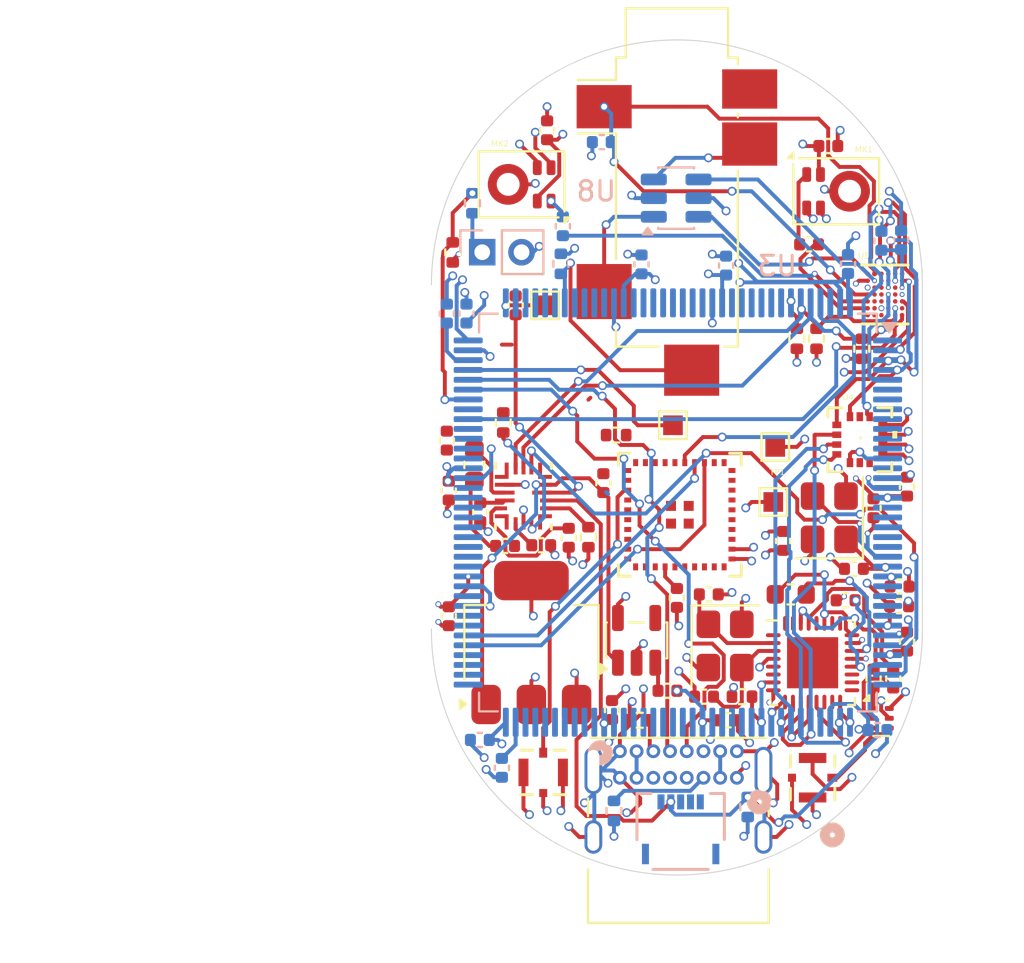
<source format=kicad_pcb>
(kicad_pcb (version 20241229) (generator "pcbnew") (generator_version "9.0")
  (layers (0 "F.Cu" signal) (4 "In1.Cu" signal) (6 "In2.Cu" signal) (8 "In3.Cu" signal) (10 "In4.Cu" signal) (2 "B.Cu" signal) (13 "F.Paste" user) (15 "B.Paste" user) (5 "F.SilkS" user "F.Silkscreen") (7 "B.SilkS" user "B.Silkscreen") (1 "F.Mask" user) (3 "B.Mask" user) (25 "Edge.Cuts" user))
  (net 0 "")
  (net 1 "+5V")
  (net 2 "Net-(U6-PMID)")
  (net 3 "GND")
  (net 4 "Net-(U3-PH1)")
  (net 5 "Net-(U3-PH0)")
  (net 6 "+1V8")
  (net 7 "Net-(U3-NRST)")
  (net 8 "Net-(C21-Pad1)")
  (net 9 "Net-(C22-Pad1)")
  (net 10 "Net-(U5-DVDD)")
  (net 11 "/SWDIO")
  (net 12 "/SWCLK")
  (net 13 "Net-(U3-BOOT0)")
  (net 14 "/I2C_SCL")
  (net 15 "/I2C_SDA")
  (net 19 "/SYS_MCLK")
  (net 27 "/UWB_RST")
  (net 29 "/CPU_TO_DSP")
  (net 41 "/UWB_IRQ")
  (net 46 "/UWB_CS")
  (net 57 "Net-(U6-REGN)")
  (net 58 "/SAI_BCLK")
  (net 69 "/UWB_MISO")
  (net 72 "/DSP_TO_CPU")
  (net 74 "/ACC_CS")
  (net 84 "/UWB_SCK")
  (net 85 "Net-(U6-BTST)")
  (net 87 "/UWB_MOSI")
  (net 98 "/SAI_FS")
  (net 109 "/VIB_DATA")
  (net 119 "/LED_R")
  (net 131 "/MIC2")
  (net 133 "/MIC2_RAW")
  (net 134 "/MIC1")
  (net 135 "/MIC1_RAW")
  (net 138 "+3.3V")
  (net 139 "/LED_G")
  (net 140 "/LED_B")
  (net 141 "/HP_DETECT")
  (net 142 "/CHG_STAT")
  (net 143 "/HPOUTR")
  (net 144 "/HPOUTL")
  (net 145 "Net-(J5-CC1)")
  (net 146 "Net-(J5-CC2)")
  (net 147 "Net-(J4-PadR)")
  (net 149 "Net-(J4-PadT)")
  (net 150 "Net-(U9-VDD_IO)")
  (net 151 "Net-(U9-XTAL_C2)")
  (net 152 "Net-(U9-XTAL_C1)")
  (net 153 "Net-(T1-AB)")
  (net 154 "Net-(U9-RFN)")
  (net 155 "Net-(U9-RFP)")
  (net 156 "Net-(T1-AA)")
  (net 157 "Net-(U9-VDD_CORE_ANA)")
  (net 158 "Net-(U9-REG_OUT)")
  (net 159 "/UWB_SHDN")
  (net 176 "Net-(J1-In)")
  (net 180 "/BATT_SENSE")
  (net 181 "/BTN_SENSE")
  (net 182 "/CM")
  (net 183 "Net-(C37-Pad2)")
  (net 184 "Net-(U6-VBUS)")
  (net 185 "Net-(U6-ILIM)")
  (net 224 "Net-(U7-DECOUPLE)")
  (net 225 "Net-(J6-In)")
  (net 226 "/RX")
  (net 227 "/TX")
  (net 228 "/BLT_RESET")
  (net 229 "/LED_DATA")
  (net 230 "/USB_DM")
  (net 231 "/USB_DP")
  (net 232 "Net-(U6-TS)")
  (net 233 "Net-(U6-TS_BIAS)")
  (net 234 "/CHG_INT")
  (net 235 "Net-(J3-Pin_1)")
  (footprint "Capacitor_SMD:C_0402_1005Metric" (layer "F.Cu") (at 23.2 60.32 90)
    (property "Reference" "C39" (hide yes))
    (property "Value" "10uF")
  )
  (footprint "ANC_Parts:ADXL382_Ultralib" (layer "F.Cu") (at 42.5 56.6316)
    (property "Reference" "U4")
    (property "Value" "ADXL382-1BCCZ-RL")
  )
  (footprint "Inductor_SMD:L_0603_1608Metric" (layer "F.Cu") (at 38.9875 64.5)
    (property "Reference" "L1" (hide yes))
    (property "Value" "180nH")
  )
  (footprint "Crystal:Crystal_SMD_3225-4Pin_3.2x2.5mm" (layer "F.Cu") (at 35.65 67.12 -90)
    (property "Reference" "Y2" (hide yes))
    (property "Value" "32.768 kHz")
  )
  (footprint "Capacitor_SMD:C_0402_1005Metric" (layer "F.Cu") (at 21.6 59.22 -90)
    (property "Reference" "C18" (hide yes))
    (property "Value" "0.1uF")
  )
  (footprint "Capacitor_SMD:C_0402_1005Metric" (layer "F.Cu") (at 32.72 69.4)
    (property "Reference" "C5" (hide yes))
    (property "Value" "10uF")
  )
  (footprint "Capacitor_SMD:C_0402_1005Metric" (layer "F.Cu") (at 39.92 46.7 180)
    (property "Reference" "C32" (hide yes))
    (property "Value" "1uF")
  )
  (footprint "Capacitor_SMD:C_0402_1005Metric" (layer "F.Cu") (at 44.2 68.78 90)
    (property "Reference" "C33" (hide yes))
    (property "Value" "10pF")
  )
  (footprint "TestPoint:TestPoint_Pad_1.0x1.0mm" (layer "F.Cu") (at 38.2 57)
    (property "Reference" "TP1")
    (property "Value" "TestPoint")
  )
  (footprint "Connector_Audio:Jack_3.5mm_CUI_SJ2-3593D-SMT_Horizontal" (layer "F.Cu") (at 33.2 43.3)
    (property "Reference" "J4" (hide yes))
    (property "Value" "AudioJack3_Switch")
  )
  (footprint "Sensor_Audio:Infineon_PG-LLGA-5-2" (layer "F.Cu") (at 41.3 44)
    (property "Reference" "MK1")
    (property "Value" "IM73A135V01")
  )
  (footprint "Capacitor_SMD:C_0402_1005Metric" (layer "F.Cu") (at 38.6 61.78 -90)
    (property "Reference" "C7" (hide yes))
    (property "Value" "10uF")
  )
  (footprint "Capacitor_SMD:C_0402_1005Metric" (layer "F.Cu") (at 33.2 64.68 90)
    (property "Reference" "C2" (hide yes))
    (property "Value" "10uF")
  )
  (footprint "ANC_Parts:ADAU1787_Ultralib" (layer "F.Cu") (at 43.775 49.25 -90)
    (property "Reference" "U5")
    (property "Value" "ADAU1787BCBZRL")
  )
  (footprint "Capacitor_SMD:C_0402_1005Metric" (layer "F.Cu") (at 21.5 56.68 -90)
    (property "Reference" "C36" (hide yes))
    (property "Value" "10uF")
  )
  (footprint "Capacitor_SMD:C_0402_1005Metric" (layer "F.Cu") (at 26.3 62 180)
    (property "Reference" "C35" (hide yes))
    (property "Value" "4.7µF")
  )
  (footprint "Package_TO_SOT_SMD:SOT-223-3_TabPin2" (layer "F.Cu") (at 25.8 66.95 90)
    (property "Reference" "U1" (hide yes))
    (property "Value" "AP7361C-33E")
  )
  (footprint "Capacitor_SMD:C_0402_1005Metric" (layer "F.Cu") (at 35.82 70.9)
    (property "Reference" "C10" (hide yes))
    (property "Value" "0.1uF")
  )
  (footprint "Capacitor_SMD:C_0402_1005Metric" (layer "F.Cu") (at 41.78 64.8 180)
    (property "Reference" "C23" (hide yes))
    (property "Value" "1uF")
  )
  (footprint "Connector_USB:USB_C_Receptacle_GCT_USB4085" (layer "F.Cu") (at 30.3 72.475)
    (property "Reference" "J5" (hide yes))
    (property "Value" "USB_C_Receptacle_USB2.0_14P")
  )
  (footprint "Resistor_SMD:R_0402_1005Metric" (layer "F.Cu") (at 31.31 70.9)
    (property "Reference" "R2" (hide yes))
    (property "Value" "5.1k")
  )
  (footprint "Sensor_Audio:Infineon_PG-LLGA-5-2" (layer "F.Cu") (at 25.3 43.65 180)
    (property "Reference" "MK2")
    (property "Value" "IM73A135V01")
  )
  (footprint "Resistor_SMD:R_0402_1005Metric" (layer "F.Cu") (at 36.51 69.7)
    (property "Reference" "R16" (hide yes))
    (property "Value" "100kΩ")
  )
  (footprint "Capacitor_SMD:C_0402_1005Metric" (layer "F.Cu") (at 27.7 61.62 90)
    (property "Reference" "C40" (hide yes))
    (property "Value" "10uF")
  )
  (footprint "Inductor_SMD:L_0603_1608Metric" (layer "F.Cu") (at 22.9 57.9125 90)
    (property "Reference" "L2" (hide yes))
    (property "Value" "1.5uH")
  )
  (footprint "Package_TO_SOT_SMD:SOT-23-5" (layer "F.Cu") (at 31.15 66.8375 90)
    (property "Reference" "U2" (hide yes))
    (property "Value" "AP2112K-1.8" (hide yes))
  )
  (footprint "Resistor_SMD:R_0402_1005Metric" (layer "F.Cu") (at 39.3 51.5 -90)
    (property "Reference" "R3" (hide yes))
    (property "Value" "10k")
  )
  (footprint "ANC_Parts:Spark_SR1120_QFN32" (layer "F.Cu") (at 40.1 67.975)
    (property "Reference" "U9" (hide yes))
    (property "Value" "~")
  )
  (footprint "Capacitor_SMD:C_0402_1005Metric" (layer "F.Cu") (at 34.82 64.5 180)
    (property "Reference" "C25" (hide yes))
    (property "Value" "10pF")
  )
  (footprint "Capacitor_SMD:C_0402_1005Metric" (layer "F.Cu") (at 43.2 68.78 -90)
    (property "Reference" "C34" (hide yes))
    (property "Value" "10pF")
  )
  (footprint "TestPoint:TestPoint_Pad_1.0x1.0mm" (layer "F.Cu") (at 33 55.9)
    (property "Reference" "TP4" (hide yes))
    (property "Value" "TestPoint")
  )
  (footprint "ANC_Parts:BGM220S_SIL" (layer "F.Cu") (at 33.349999 60.45)
    (property "Reference" "U7" (hide yes))
    (property "Value" "BGM220SC12WGA2R")
  )
  (footprint "Capacitor_SMD:C_0402_1005Metric" (layer "F.Cu") (at 26.6 40.9 90)
    (property "Reference" "C31" (hide yes))
    (property "Value" "0.1uF")
  )
  (footprint "Capacitor_SMD:C_0402_1005Metric" (layer "F.Cu") (at 44.9 66.9 90)
    (property "Reference" "C17" (hide yes))
    (property "Value" "0.1uF")
  )
  (footprint "Resistor_SMD:R_0402_1005Metric" (layer "F.Cu") (at 30.11 56.4)
    (property "Reference" "R7" (hide yes))
    (property "Value" "10kΩ")
  )
  (footprint "TestPoint:TestPoint_Pad_1.0x1.0mm" (layer "F.Cu") (at 26.5 49.8)
    (property "Reference" "TP2" (hide yes))
    (property "Value" "TestPoint")
  )
  (footprint "Crystal:Crystal_SMD_3225-4Pin_3.2x2.5mm" (layer "F.Cu") (at 40.95 60.6 90)
    (property "Reference" "Y1" (hide yes))
    (property "Value" "Crystal_GND24")
  )
  (footprint "RF_Converter:Balun_Johanson_1.6x0.8mm" (layer "F.Cu") (at 43.59 70.8)
    (property "Reference" "T1" (hide yes))
    (property "Value" "Transformer_1P_1S")
  )
  (footprint "Resistor_SMD:R_0402_1005Metric" (layer "F.Cu") (at 40.3 51.5 90)
    (property "Reference" "R4" (hide yes))
    (property "Value" "2.2kΩ")
  )
  (footprint "Capacitor_SMD:C_0402_1005Metric" (layer "F.Cu") (at 25 49.8 -90)
    (property "Reference" "C1" (hide yes))
    (property "Value" "10uF")
  )
  (footprint "Resistor_SMD:R_0402_1005Metric" (layer "F.Cu") (at 24.37 55.76 90)
    (property "Reference" "R6" (hide yes))
    (property "Value" "160Ω")
  )
  (footprint "Capacitor_SMD:C_0402_1005Metric" (layer "F.Cu") (at 24.463001 62.037001 180)
    (property "Reference" "C37" (hide yes))
    (property "Value" "47nF")
  )
  (footprint "Capacitor_SMD:C_0402_1005Metric" (layer "F.Cu") (at 44.52 64.1)
    (property "Reference" "C20" (hide yes))
    (property "Value" "0.1uF")
  )
  (footprint "Resistor_SMD:R_0402_1005Metric" (layer "F.Cu") (at 21.8 47.11 -90)
    (property "Reference" "R10" (hide yes))
    (property "Value" "100kΩ")
  )
  (footprint "Capacitor_SMD:C_0402_1005Metric" (layer "F.Cu") (at 44.5 65.1)
    (property "Reference" "C8" (hide yes))
    (property "Value" "0.1uF")
  )
  (footprint "Capacitor_SMD:C_0402_1005Metric" (layer "F.Cu") (at 29.46 58.84 -90)
    (property "Reference" "C38" (hide yes))
    (property "Value" "10uF")
  )
  (footprint "Capacitor_SMD:C_0402_1005Metric" (layer "F.Cu") (at 42.2 63.2 180)
    (property "Reference" "C3" (hide yes))
    (property "Value" "10pF")
  )
  (footprint "Resistor_SMD:R_0402_1005Metric" (layer "F.Cu") (at 42.6 52.01 90)
    (property "Reference" "R5" (hide yes))
    (property "Value" "2.2kΩ")
  )
  (footprint "ANC_Parts:CONN_X.FL-R-SMT-180_HIR" (layer "F.Cu") (at 26.4 73.55225 180)
    (property "Reference" "J6" (hide yes))
    (property "Value" "Conn_Coaxial")
  )
  (footprint "Capacitor_SMD:C_0402_1005Metric" (layer "F.Cu") (at 43.2 60.12 90)
    (property "Reference" "C6" (hide yes))
    (property "Value" "10pF")
  )
  (footprint "Capacitor_SMD:C_0402_1005Metric" (layer "F.Cu") (at 29.9 70.38 90)
    (property "Reference" "C11" (hide yes))
    (property "Value" "0.1uF")
  )
  (footprint "Capacitor_SMD:C_0402_1005Metric" (layer "F.Cu") (at 44.9 59.02 90)
    (property "Reference" "C4" (hide yes))
    (property "Value" "0.1uF")
  )
  (footprint "Capacitor_SMD:C_0402_1005Metric" (layer "F.Cu") (at 40.9 41.7)
    (property "Reference" "C28" (hide yes))
    (property "Value" "0.1uF")
  )
  (footprint "TestPoint:TestPoint_Pad_1.0x1.0mm" (layer "F.Cu") (at 38.1 59.8)
    (property "Reference" "TP3" (hide yes))
    (property "Value" "TestPoint")
  )
  (footprint "Capacitor_SMD:C_0402_1005Metric" (layer "F.Cu") (at 21.6 65.61 -90)
    (property "Reference" "C13" (hide yes))
    (property "Value" "0.1uF")
  )
  (footprint "ANC_Parts:WQFN-HR18__RYK_TEX" (layer "F.Cu") (at 25.392999 59.5 90)
    (property "Reference" "U6" (hide yes))
    (property "Value" "BQ25620RYKR")
  )
  (footprint "Resistor_SMD:R_0402_1005Metric" (layer "F.Cu") (at 28.7 61.59 -90)
    (property "Reference" "R8" (hide yes))
    (property "Value" "10kΩ")
  )
  (footprint "Capacitor_SMD:C_0402_1005Metric" (layer "F.Cu") (at 34.58 69.7)
    (property "Reference" "C24" (hide yes))
    (property "Value" "10pF")
  )
  (footprint "ANC_Parts:CONN_X.FL-R-SMT-180_HIR" (layer "F.Cu") (at 40.1 73.8221 90)
    (property "Reference" "J1" (hide yes))
    (property "Value" "Conn_Coaxial")
  )
  (footprint "Package_QFP:LQFP-144_20x20mm_P0.5mm" (layer "B.Cu") (at 33.25 60.3375 180)
    (property "Reference" "U3")
    (property "Value" "STM32H753ZITx")
  )
  (footprint "Capacitor_SMD:C_0402_1005Metric" (layer "B.Cu") (at 43.6 46.52 90)
    (property "Reference" "C27" (hide yes))
    (property "Value" "0.1uF")
  )
  (footprint "Capacitor_SMD:C_0402_1005Metric" (layer "B.Cu") (at 29.38 41.5 180)
    (property "Reference" "C29" (hide yes))
    (property "Value" "1uF")
  )
  (footprint "Resistor_SMD:R_0402_1005Metric" (layer "B.Cu") (at 30 75.51 90)
    (property "Reference" "R1" (hide yes))
    (property "Value" "5.1k")
  )
  (footprint "Capacitor_SMD:C_0402_1005Metric" (layer "B.Cu") (at 22.5 50.22 90)
    (property "Reference" "C14" (hide yes))
    (property "Value" "0.1uF")
  )
  (footprint "Capacitor_SMD:C_0402_1005Metric" (layer "B.Cu") (at 27.4 45.78 90)
    (property "Reference" "C30" (hide yes))
    (property "Value" "1uF")
  )
  (footprint "Resistor_SMD:R_0402_1005Metric" (layer "B.Cu") (at 22.8 44.61 -90)
    (property "Reference" "R9" (hide yes))
    (property "Value" "100kΩ")
  )
  (footprint "Resistor_SMD:R_0402_1005Metric" (layer "B.Cu") (at 27.3 47.69 90)
    (property "Reference" "R15" (hide yes))
    (property "Value" "10kΩ")
  )
  (footprint "Capacitor_SMD:C_0402_1005Metric" (layer "B.Cu") (at 43.4 71.4)
    (property "Reference" "C9" (hide yes))
    (property "Value" "0.1uF")
  )
  (footprint "Capacitor_SMD:C_0402_1005Metric" (layer "B.Cu") (at 24.3 73.32 -90)
    (property "Reference" "C21" (hide yes))
    (property "Value" "2.2uF")
  )
  (footprint "Capacitor_SMD:C_0402_1005Metric" (layer "B.Cu") (at 21.5 50.22 90)
    (property "Reference" "C22" (hide yes))
    (property "Value" "2.2uF")
  )
  (footprint "Package_TO_SOT_SMD:SOT-23-6" (layer "B.Cu") (at 33.1625 44.35)
    (property "Reference" "U8")
    (property "Value" "USBLC6-2SC6")
  )
  (footprint "Resistor_SMD:R_0402_1005Metric" (layer "B.Cu") (at 36.8 75.31 -90)
    (property "Reference" "R11" (hide yes))
    (property "Value" "10kΩ")
  )
  (footprint "Capacitor_SMD:C_0402_1005Metric" (layer "B.Cu") (at 44.6 46.48 90)
    (property "Reference" "C26" (hide yes))
    (property "Value" "1uF")
  )
  (footprint "Capacitor_SMD:C_0402_1005Metric" (layer "B.Cu") (at 31.4 47.72 90)
    (property "Reference" "C15" (hide yes))
    (property "Value" "0.1uF")
  )
  (footprint "Connector_PinHeader_2.00mm:PinHeader_1x02_P2.00mm_Vertical" (layer "B.Cu") (at 23.3 47.1 -90)
    (property "Reference" "J3" (hide yes))
    (property "Value" "Conn_01x02")
  )
  (footprint "Capacitor_SMD:C_0402_1005Metric" (layer "B.Cu") (at 23.18 71.9 180)
    (property "Reference" "C12" (hide yes))
    (property "Value" "0.1uF")
  )
  (footprint "ANC_Parts:CONN_503480-0540_MOL" (layer "B.Cu") (at 33.390001 76.5534 180)
    (property "Reference" "J2" (hide yes))
    (property "Value" "Conn_01x06_Socket")
  )
  (footprint "Capacitor_SMD:C_0402_1005Metric" (layer "B.Cu") (at 35.7 47.78 90)
    (property "Reference" "C19" (hide yes))
    (property "Value" "0.1uF")
  )
  (footprint "Capacitor_SMD:C_0402_1005Metric" (layer "B.Cu") (at 41.9 47.7 90)
    (property "Reference" "C16" (hide yes))
    (property "Value" "0.1uF")
  )
  (gr_arc (start 45.682951 66.25) (mid 33.201547 78.736044) (end 20.717049 66.253093) (stroke (width 0.05)) (layer "Edge.Cuts"))
  (gr_arc (start 20.717049 48.753093) (mid 33.2 36.270142) (end 45.682951 48.753093) (stroke (width 0.05)) (layer "Edge.Cuts"))
  (gr_line (start 45.682951 48.753093) (end 45.682951 66.25) (stroke (width 0.05)) (layer "Edge.Cuts"))
  (segment (start 23.762 59.206001) (end 23.880999 59.325) (width 0.2) (layer "F.Cu") (net 1))
  (segment (start 23.880999 59.325) (end 24.442999 59.325) (width 0.2) (layer "F.Cu") (net 1))
  (segment (start 29.46 59.32) (end 28.734 58.594) (width 0.2) (layer "F.Cu") (net 1))
  (segment (start 27.373999 58.594) (end 27.042998 58.925001) (width 0.2) (layer "F.Cu") (net 1))
  (segment (start 23.762 57.987) (end 23.762 59.206001) (width 0.2) (layer "F.Cu") (net 1))
  (segment (start 28.734 58.594) (end 27.373999 58.594) (width 0.2) (layer "F.Cu") (net 1))
  (segment (start 29.719 59.579) (end 29.46 59.32) (width 0.2) (layer "F.Cu") (net 1))
  (segment (start 23.294 63.154284) (end 23.797895 62.650389) (width 0.2) (layer "F.Cu") (net 1))
  (segment (start 27.042998 58.925001) (end 26.342999 58.925001) (width 0.2) (layer "F.Cu") (net 1))
  (segment (start 23.5 70.1) (end 23.294 69.894) (width 0.2) (layer "F.Cu") (net 1))
  (segment (start 23.294 69.894) (end 23.294 63.154284) (width 0.2) (layer "F.Cu") (net 1))
  (segment (start 32.24 69.4) (end 32.24 68.115) (width 0.2) (layer "F.Cu") (net 1))
  (segment (start 24.3 51.8) (end 24.8 51.8) (width 0.2) (layer "F.Cu") (net 1))
  (segment (start 22.9 57.125) (end 23.762 57.987) (width 0.2) (layer "F.Cu") (net 1))
  (segment (start 30.2 67.975) (end 29.719 67.494) (width 0.2) (layer "F.Cu") (net 1))
  (segment (start 29.719 67.494) (end 29.719 59.579) (width 0.2) (layer "F.Cu") (net 1))
  (via (at 26.04 58.919998) (size 0.45) (drill 0.3) (layers "F.Cu" "B.Cu") (net 1))
  (via (at 23.797895 62.650389) (size 0.45) (drill 0.3) (layers "F.Cu" "B.Cu") (net 1))
  (segment (start 23.797895 62.650389) (end 26.04 60.408284) (width 0.2) (layer "B.Cu") (net 1))
  (segment (start 29.7 59.4) (end 29.594 59.294) (width 0.2) (layer "B.Cu") (net 1))
  (segment (start 26.04 60.408284) (end 26.04 58.919998) (width 0.2) (layer "B.Cu") (net 1))
  (segment (start 24.327999 59.84) (end 24.442999 59.725) (width 0.2) (layer "F.Cu") (net 2))
  (segment (start 23.2 59.84) (end 24.327999 59.84) (width 0.2) (layer "F.Cu") (net 2))
  (segment (start 30.8 70.9) (end 30.8 70.076299) (width 0.2) (layer "F.Cu") (net 3))
  (segment (start 30.3 72.475) (end 30.3 71.649368) (width 0.2) (layer "F.Cu") (net 3))
  (segment (start 24.442999 58.925001) (end 25.474999 58.925001) (width 0.2) (layer "F.Cu") (net 3))
  (segment (start 41.8 58.5) (end 41.4 58.1) (width 0.2) (layer "F.Cu") (net 3))
  (segment (start 40.862 74.4) (end 40.1 73.638) (width 0.2) (layer "F.Cu") (net 3))
  (segment (start 21.5 60.375) (end 21.525 60.4) (width 0.2) (layer "F.Cu") (net 3))
  (segment (start 38.1 75.1) (end 38.3 74.9) (width 0.2) (layer "F.Cu") (net 3))
  (segment (start 36.25 72.475) (end 37.710896 72.475) (width 0.2) (layer "F.Cu") (net 3))
  (segment (start 40.8 44) (end 40.7 43.9) (width 0.2) (layer "F.Cu") (net 3))
  (segment (start 44 70.8) (end 43.584929 70.384929) (width 0.2) (layer "F.Cu") (net 3))
  (segment (start 30.3 73.825) (end 31.331 74.856) (width 0.2) (layer "F.Cu") (net 3))
  (segment (start 41.5 74.4) (end 40.862 74.4) (width 0.2) (layer "F.Cu") (net 3))
  (segment (start 27.4033 75.3967) (end 27.3 75.5) (width 0.2) (layer "F.Cu") (net 3))
  (segment (start 37.9 61.3) (end 37.7 61.5) (width 0.2) (layer "F.Cu") (net 3))
  (segment (start 37.710896 72.475) (end 38.151087 72.034809) (width 0.2) (layer "F.Cu") (net 3))
  (segment (start 39.05225 73.8221) (end 39.05225 75.45225) (width 0.2) (layer "F.Cu") (net 3))
  (segment (start 45 63.403717) (end 44.929951 63.333668) (width 0.2) (layer "F.Cu") (net 3))
  (segment (start 44.8184 56.8816) (end 43.6684 56.8816) (width 0.2) (layer "F.Cu") (net 3))
  (segment (start 28.7 54.6) (end 28.8 54.5) (width 0.2) (layer "F.Cu") (net 3))
  (segment (start 25.95 43.65) (end 26 43.6) (width 0.2) (layer "F.Cu") (net 3))
  (segment (start 28.7 62.7) (end 28.413621 62.986379) (width 0.2) (layer "F.Cu") (net 3))
  (segment (start 31.15 67.975) (end 31.15 67.35) (width 0.2) (layer "F.Cu") (net 3))
  (segment (start 35.9 64.5) (end 36 64.4) (width 0.2) (layer "F.Cu") (net 3))
  (segment (start 30.8 70.076299) (end 30.928799 69.9475) (width 0.2) (layer "F.Cu") (net 3))
  (segment (start 34.22 68.22) (end 33.7 67.7) (width 0.2) (layer "F.Cu") (net 3))
  (segment (start 44.825859 69.474141) (end 44.825859 69.452082) (width 0.2) (layer "F.Cu") (net 3))
  (segment (start 25.8 68.9) (end 26 68.7) (width 0.2) (layer "F.Cu") (net 3))
  (segment (start 31.15 67.35) (end 31.5 67) (width 0.2) (layer "F.Cu") (net 3))
  (segment (start 25.399999 60.888) (end 25.4 60.2) (width 0.2) (layer "F.Cu") (net 3))
  (segment (start 44.788698 56.3816) (end 43.6684 56.3816) (width 0.2) (layer "F.Cu") (net 3))
  (segment (start 26.78 62.28) (end 27 62.5) (width 0.2) (layer "F.Cu") (net 3))
  (segment (start 31.331 74.856) (end 31.331 75.137105) (width 0.2) (layer "F.Cu") (net 3))
  (segment (start 34.1 69.7) (end 34.1 69.205) (width 0.2) (layer "F.Cu") (net 3))
  (segment (start 27.7 62.6) (end 27.9 62.8) (width 0.2) (layer "F.Cu") (net 3))
  (segment (start 30.868105 75.6) (end 30.644998 75.6) (width 0.2) (layer "F.Cu") (net 3))
  (segment (start 26 41) (end 26 41.8) (width 0.2) (layer "F.Cu") (net 3))
  (segment (start 37.6 76.835) (end 38.265 76.835) (width 0.2) (layer "F.Cu") (net 3))
  (segment (start 28.235 76.835) (end 27.7 76.3) (width 0.2) (layer "F.Cu") (net 3))
  (segment (start 26.1 42.8) (end 26.1 42.5) (width 0.2) (layer "F.Cu") (net 3))
  (segment (start 23.2 60.909098) (end 23.601532 61.31063) (width 0.2) (layer "F.Cu") (net 3))
  (segment (start 40.1 73.638) (end 40.1 72.8188) (width 0.2) (layer "F.Cu") (net 3))
  (segment (start 33.2 66.005) (end 33.295 66.1) (width 0.2) (layer "F.Cu") (net 3))
  (segment (start 25.8 63.8) (end 25.8 65.5) (width 0.2) (layer "F.Cu") (net 3))
  (segment (start 44.96274 56.207558) (end 44.788698 56.3816) (width 0.2) (layer "F.Cu") (net 3))
  (segment (start 28.95 76.835) (end 28.235 76.835) (width 0.2) (layer "F.Cu") (net 3))
  (segment (start 41.957543 72.427873) (end 41.957543 72.557543) (width 0.2) (layer "F.Cu") (net 3))
  (segment (start 28.7 62.1) (end 28.7 62.7) (width 0.2) (layer "F.Cu") (net 3))
  (segment (start 38.1 59.8) (end 37 59.8) (width 0.2) (layer "F.Cu") (net 3))
  (segment (start 21.6 59.7) (end 21.6 60) (width 0.2) (layer "F.Cu") (net 3))
  (segment (start 45 64.1) (end 45 63.403717) (width 0.2) (layer "F.Cu") (net 3))
  (segment (start 21.5 60.1) (end 21.5 60.375) (width 0.2) (layer "F.Cu") (net 3))
  (segment (start 38.3 74.155) (end 37.6 73.455) (width 0.2) (layer "F.Cu") (net 3))
  (segment (start 44.967022 65.087022) (end 44.967022 64.83963) (width 0.2) (layer "F.Cu") (net 3))
  (segment (start 40.1 75.5) (end 40.3 75.7) (width 0.2) (layer "F.Cu") (net 3))
  (segment (start 40.1 74.8254) (end 40.1 75.5) (width 0.2) (layer "F.Cu") (net 3))
  (segment (start 25.8 70.1) (end 25.8 68.9) (width 0.2) (layer "F.Cu") (net 3))
  (segment (start 41.38 41.7) (end 41.38 41.02) (width 0.2) (layer "F.Cu") (net 3))
  (segment (start 23.2 60.8) (end 23.2 60.909098) (width 0.2) (layer "F.Cu") (net 3))
  (segment (start 25.3967 73.55225) (end 25.3967 75.390879) (width 0.2) (layer "F.Cu") (net 3))
  (segment (start 36.3 71.444622) (end 36.897194 72.041816) (width 0.2) (layer "F.Cu") (net 3))
  (segment (start 36 69.7) (end 36 69.304813) (width 0.2) (layer "F.Cu") (net 3))
  (segment (start 45 57.0632) (end 44.8184 56.8816) (width 0.2) (layer "F.Cu") (net 3))
  (segment (start 25.3967 75.390879) (end 25.702576 75.696755) (width 0.2) (layer "F.Cu") (net 3))
  (segment (start 26.4 74.6) (end 26.4 75.3) (width 0.2) (layer "F.Cu") (net 3))
  (segment (start 34.1 69.205) (end 33.295 68.4) (width 0.2) (layer "F.Cu") (net 3))
  (segment (start 21.6 60) (end 21.5 60.1) (width 0.2) (layer "F.Cu") (net 3))
  (segment (start 43.2 59.5) (end 42.3 58.6) (width 0.2) (layer "F.Cu") (net 3))
  (segment (start 35.3 64.5) (end 35.9 64.5) (width 0.2) (layer "F.Cu") (net 3))
  (segment (start 43.085416 71.3) (end 41.957543 72.427873) (width 0.2) (layer "F.Cu") (net 3))
  (segment (start 21.257049 66.09) (end 21.067049 65.9) (width 0.2) (layer "F.Cu") (net 3))
  (segment (start 30.3 71.649368) (end 31.5 70.449368) (width 0.2) (layer "F.Cu") (net 3))
  (segment (start 26.4 75.3) (end 26.6 75.5) (width 0.2) (layer "F.Cu") (net 3))
  (segment (start 34.8 68.22) (end 34.22 68.22) (width 0.2) (layer "F.Cu") (net 3))
  (segment (start 41.8 59.5) (end 41.8 58.5) (width 0.2) (layer "F.Cu") (net 3))
  (segment (start 40.5 45.1) (end 40.8 45.4) (width 0.2) (layer "F.Cu") (net 3))
  (segment (start 36.3 70.9) (end 36.3 71.444622) (width 0.2) (layer "F.Cu") (net 3))
  (segment (start 31.331 75.137105) (end 30.868105 75.6) (width 0.2) (layer "F.Cu") (net 3))
  (segment (start 39.3 52.01) (end 39.3 52.7) (width 0.2) (layer "F.Cu") (net 3))
  (segment (start 42.1 73.8) (end 41.5 74.4) (width 0.2) (layer "F.Cu") (net 3))
  (segment (start 30 69.9) (end 30.6 69.3) (width 0.2) (layer "F.Cu") (net 3))
  (segment (start 33.2 65.16) (end 33.2 66.005) (width 0.2) (layer "F.Cu") (net 3))
  (segment (start 41.17 44) (end 40.8 44) (width 0.2) (layer "F.Cu") (net 3))
  (segment (start 37 59.8) (end 36.7 60.1) (width 0.2) (layer "F.Cu") (net 3))
  (segment (start 31.5 70.449368) (end 31.5 69.3) (width 0.2) (layer "F.Cu") (net 3))
  (segment (start 26.78 62) (end 26.78 62.28) (width 0.2) (layer "F.Cu") (net 3))
  (segment (start 39.8 45.071628) (end 40.135 45.406628) (width 0.2) (layer "F.Cu") (net 3))
  (segment (start 40.1 62.4) (end 39.7 62.8) (width 0.2) (layer "F.Cu") (net 3))
  (segment (start 43.584929 70.384929) (end 43.584929 69.900979) (width 0.2) (layer "F.Cu") (net 3))
  (segment (start 27.4033 73.55225) (end 27.4033 75.3967) (width 0.2) (layer "F.Cu") (net 3))
  (segment (start 36.5 64.9) (end 36.7 64.7) (width 0.2) (layer "F.Cu") (net 3))
  (segment (start 36 69.304813) (end 36.082799 69.222014) (width 0.2) (layer "F.Cu") (net 3))
  (segment (start 25.8 65.5) (end 25.9 65.6) (width 0.2) (layer "F.Cu") (net 3))
  (segment (start 38.265 76.835) (end 38.9 76.2) (width 0.2) (layer "F.Cu") (net 3))
  (segment (start 26.1 42.5) (end 25.2 41.6) (width 0.2) (layer "F.Cu") (net 3))
  (segment (start 25.43 43.65) (end 25.95 43.65) (width 0.2) (layer "F.Cu") (net 3))
  (segment (start 41.671475 64.6) (end 41.471475 64.8) (width 0.2) (layer "F.Cu") (net 3))
  (segment (start 41.6 63.2) (end 41 62.6) (width 0.2) (layer "F.Cu") (net 3))
  (segment (start 41.7 64.6) (end 41.671475 64.6) (width 0.2) (layer "F.Cu") (net 3))
  (segment (start 38.6 61.3) (end 37.9 61.3) (width 0.2) (layer "F.Cu") (net 3))
  (segment (start 41.38 41.02) (end 41.5 40.9) (width 0.2) (layer "F.Cu") (net 3))
  (segment (start 27.7 62.1) (end 27.7 62.6) (width 0.2) (layer "F.Cu") (net 3))
  (segment (start 36.5 66.02) (end 36.5 64.9) (width 0.2) (layer "F.Cu") (net 3))
  (segment (start 39.05225 75.45225) (end 39.8 76.2) (width 0.2) (layer "F.Cu") (net 3))
  (segment (start 45 57.1) (end 45 57.0632) (width 0.2) (layer "F.Cu") (net 3))
  (segment (start 36.25 73.65) (end 36.7 73.2) (width 0.2) (layer "F.Cu") (net 3))
  (segment (start 21.8 47.5) (end 22.1 47.2) (width 0.2) (layer "F.Cu") (net 3))
  (segment (start 26.6 40.42) (end 26.6 39.7) (width 0.2) (layer "F.Cu") (net 3))
  (segment (start 25.474999 58.925001) (end 25.486379 58.913621) (width 0.2) (layer "F.Cu") (net 3))
  (segment (start 38.3 74.9) (end 38.3 74.155) (width 0.2) (layer "F.Cu") (net 3))
  (segment (start 26 41.8) (end 26.8 42.6) (width 0.2) (layer "F.Cu") (net 3))
  (segment (start 40.1 61.7) (end 40.1 62.4) (width 0.2) (layer "F.Cu") (net 3))
  (segment (start 21.6 66.09) (end 21.257049 66.09) (width 0.2) (layer "F.Cu") (net 3))
  (segment (start 44 70.3) (end 44.825859 69.474141) (width 0.2) (layer "F.Cu") (net 3))
  (via (at 23.7 65.1) (size 0.45) (drill 0.3) (layers "F.Cu" "B.Cu") (net 3))
  (via (at 33.295 68.4) (size 0.45) (drill 0.3) (layers "F.Cu" "B.Cu") (net 3))
  (via (at 38.1 75.1) (size 0.45) (drill 0.3) (layers "F.Cu" "B.Cu") (net 3))
  (via (at 26.6 39.7) (size 0.45) (drill 0.3) (layers "F.Cu" "B.Cu") (net 3))
  (via (at 30.9 44.2) (size 0.45) (drill 0.3) (layers "F.Cu" "B.Cu") (net 3))
  (via (at 27 62.5) (size 0.45) (drill 0.3) (layers "F.Cu" "B.Cu") (net 3))
  (via (at 23.4 72.8) (size 0.45) (drill 0.3) (layers "F.Cu" "B.Cu") (net 3))
  (via (at 25.9 65.6) (size 0.45) (drill 0.3) (layers "F.Cu" "B.Cu") (net 3))
  (via (at 35 50.7) (size 0.45) (drill 0.3) (layers "F.Cu" "B.Cu") (net 3))
  (via (at 29.733945 72.020216) (size 0.45) (drill 0.3) (layers "F.Cu" "B.Cu") (net 3))
  (via (at 42.3 58.6) (size 0.3) (drill 0.2) (layers "F.Cu" "B.Cu") (net 3))
  (via (at 31.5 69.3) (size 0.45) (drill 0.3) (layers "F.Cu" "B.Cu") (net 3))
  (via (at 40.7 43.9) (size 0.45) (drill 0.3) (layers "F.Cu" "B.Cu") (net 3))
  (via (at 30.644998 75.6) (size 0.45) (drill 0.3) (layers "F.Cu" "B.Cu") (net 3))
  (via (at 21.8 48.3) (size 0.45) (drill 0.3) (layers "F.Cu" "B.Cu") (net 3))
  (via (at 36.897194 72.041816) (size 0.45) (drill 0.3) (layers "F.Cu" "B.Cu") (net 3))
  (via (at 42.299569 46.26071) (size 0.45) (drill 0.3) (layers "F.Cu" "B.Cu") (net 3))
  (via (at 44.5 66.5) (size 0.3) (drill 0.2) (layers "F.Cu" "B.Cu") (net 3))
  (via (at 38.9 76.2) (size 0.45) (drill 0.3) (layers "F.Cu" "B.Cu") (net 3))
  (via (at 39.3 52.7) (size 0.45) (drill 0.3) (layers "F.Cu" "B.Cu") (net 3))
  (via (at 34.898287 71.880648) (size 0.45) (drill 0.3) (layers "F.Cu" "B.Cu") (net 3))
  (via (at 28.413621 62.986379) (size 0.45) (drill 0.3) (layers "F.Cu" "B.Cu") (net 3))
  (via (at 41 62.6) (size 0.45) (drill 0.3) (layers "F.Cu" "B.Cu") (net 3))
  (via (at 41.4 58.1) (size 0.45) (drill 0.3) (layers "F.Cu" "B.Cu") (net 3))
  (via (at 45.075 58.408859) (size 0.45) (drill 0.3) (layers "F.Cu" "B.Cu") (net 3))
  (via (at 28.85 42.2) (size 0.45) (drill 0.3) (layers "F.Cu" "B.Cu") (net 3))
  (via (at 43.481507 45.458766) (size 0.45) (drill 0.3) (layers "F.Cu" "B.Cu") (net 3))
  (via (at 38.151087 72.034809) (size 0.45) (drill 0.3) (layers "F.Cu" "B.Cu") (net 3))
  (via (at 33.7 67.7) (size 0.45) (drill 0.3) (layers "F.Cu" "B.Cu") (net 3))
  (via (at 30.7 47.2) (size 0.45) (drill 0.3) (layers "F.Cu" "B.Cu") (net 3))
  (via (at 41.5 40.9) (size 0.45) (drill 0.3) (layers "F.Cu" "B.Cu") (net 3))
  (via (at 44.825859 69.452082) (size 0.45) (drill 0.3) (layers "F.Cu" "B.Cu") (net 3))
  (via (at 25.486379 58.913621) (size 0.45) (drill 0.3) (layers "F.Cu" "B.Cu") (net 3))
  (via (at 40.135 45.406628) (size 0.45) (drill 0.3) (layers "F.Cu" "B.Cu") (net 3))
  (via (at 36.7 60.1) (size 0.45) (drill 0.3) (layers "F.Cu" "B.Cu") (net 3))
  (via (at 41.455 71.027756) (size 0.45) (drill 0.3) (layers "F.Cu" "B.Cu") (net 3))
  (via (at 30.1 50.9) (size 0.45) (drill 0.3) (layers "F.Cu" "B.Cu") (net 3))
  (via (at 28.5 75.1) (size 0.45) (drill 0.3) (layers "F.Cu" "B.Cu") (net 3))
  (via (at 30.6 69.3) (size 0.45) (drill 0.3) (layers "F.Cu" "B.Cu") (net 3))
  (via (at 23.7 52.4) (size 0.45) (drill 0.3) (layers "F.Cu" "B.Cu") (net 3))
  (via (at 40.8 45.4) (size 0.45) (drill 0.3) (layers "F.Cu" "B.Cu") (net 3))
  (via (at 26 41) (size 0.45) (drill 0.3) (layers "F.Cu" "B.Cu") (net 3))
  (via (at 33.295 66.1) (size 0.45) (drill 0.3) (layers "F.Cu" "B.Cu") (net 3))
  (via (at 25.702576 75.696755) (size 0.45) (drill 0.3) (layers "F.Cu" "B.Cu") (net 3))
  (via (at 36.7 73.2) (size 0.45) (drill 0.3) (layers "F.Cu" "B.Cu") (net 3))
  (via (at 29.7 74.1) (size 0.45) (drill 0.3) (layers "F.Cu" "B.Cu") (net 3))
  (via (at 44.967022 64.83963) (size 0.45) (drill 0.3) (layers "F.Cu" "B.Cu") (net 3))
  (via (at 30.928799 69.9475) (size 0.45) (drill 0.3) (layers "F.Cu" "B.Cu") (net 3))
  (via (at 36.082799 69.222014) (size 0.45) (drill 0.3) (layers "F.Cu" "B.Cu") (net 3))
  (via (at 35 47.2) (size 0.45) (drill 0.3) (layers "F.Cu" "B.Cu") (net 3))
  (via (at 22.1 47.2) (size 0.3) (drill 0.2) (layers "F.Cu" "B.Cu") (net 3))
  (via (at 21.067049 65.9) (size 0.3) (drill 0.2) (layers "F.Cu" "B.Cu") (net 3))
  (via (at 21.525 60.4) (size 0.45) (drill 0.3) (layers "F.Cu" "B.Cu") (net 3))
  (via (at 40.3 75.7) (size 0.45) (drill 0.3) (layers "F.Cu" "B.Cu") (net 3))
  (via (at 23.759021 57.095799) (size 0.45) (drill 0.3) (layers "F.Cu" "B.Cu") (net 3))
  (via (at 39.7 62.8) (size 0.45) (drill 0.3) (layers "F.Cu" "B.Cu") (net 3))
  (via (at 37.7 61.5) (size 0.45) (drill 0.3) (layers "F.Cu" "B.Cu") (net 3))
  (via (at 31.5 67) (size 0.45) (drill 0.3) (layers "F.Cu" "B.Cu") (net 3))
  (via (at 39.8 76.2) (size 0.45) (drill 0.3) (layers "F.Cu" "B.Cu") (net 3))
  (via (at 27.3 75.5) (size 0.45) (drill 0.3) (layers "F.Cu" "B.Cu") (net 3))
  (via (at 25.2 41.6) (size 0.45) (drill 0.3) (layers "F.Cu" "B.Cu") (net 3))
  (via (at 26 43.6) (size 0.45) (drill 0.3) (layers "F.Cu" "B.Cu") (net 3))
  (via (at 42.945 58.581841) (size 0.3) (drill 0.2) (layers "F.Cu" "B.Cu") (net 3))
  (via (at 43.584929 69.900979) (size 0.45) (drill 0.3) (layers "F.Cu" "B.Cu") (net 3))
  (via (at 26 68.7) (size 0.45) (drill 0.3) (layers "F.Cu" "B.Cu") (net 3))
  (via (at 42.1 73.8) (size 0.45) (drill 0.3) (layers "F.Cu" "B.Cu") (net 3))
  (via (at 30 76.8) (size 0.45) (drill 0.3) (layers "F.Cu" "B.Cu") (net 3))
  (via (at 44 44) (size 0.45) (drill 0.3) (layers "F.Cu" "B.Cu") (net 3))
  (via (at 23.5 73.4) (size 0.45) (drill 0.3) (layers "F.Cu" "B.Cu") (net 3))
  (via (at 45 57.1) (size 0.45) (drill 0.3) (layers "F.Cu" "B.Cu") (net 3))
  (via (at 22.415 49.146899) (size 0.45) (drill 0.3) (layers "F.Cu" "B.Cu") (net 3))
  (via (at 26.6 75.5) (size 0.45) (drill 0.3) (layers "F.Cu" "B.Cu") (net 3))
  (via (at 44.96274 56.207558) (size 0.45) (drill 0.3) (layers "F.Cu" "B.Cu") (net 3))
  (via (at 41.957543 72.557543) (size 0.45) (drill 0.3) (layers "F.Cu" "B.Cu") (net 3))
  (via (at 44.929951 63.333668) (size 0.45) (drill 0.3) (layers "F.Cu" "B.Cu") (net 3))
  (via (at 23.601532 61.31063) (size 0.45) (drill 0.3) (layers "F.Cu" "B.Cu") (net 3))
  (via (at 27.7 76.3) (size 0.45) (drill 0.3) (layers "F.Cu" "B.Cu") (net 3))
  (via (at 43.3 72.6) (size 0.45) (drill 0.3) (layers "F.Cu" "B.Cu") (net 3))
  (via (at 25.4 60.2) (size 0.45) (drill 0.3) (layers "F.Cu" "B.Cu") (net 3))
  (via (at 36.7 64.7) (size 0.45) (drill 0.3) (layers "F.Cu" "B.Cu") (net 3))
  (via (at 27.9 62.8) (size 0.45) (drill 0.3) (layers "F.Cu" "B.Cu") (net 3))
  (via (at 26.2 46.8) (size 0.45) (drill 0.3) (layers "F.Cu" "B.Cu") (net 3))
  (via (at 36 64.4) (size 0.45) (drill 0.3) (layers "F.Cu" "B.Cu") (net 3))
  (via (at 41.7 64.6) (size 0.3) (drill 0.2) (layers "F.Cu" "B.Cu") (net 3))
  (segment (start 30 50.8) (end 30.1 50.9) (width 0.2) (layer "B.Cu") (net 3))
  (segment (start 41.9 46.660279) (end 42.299569 46.26071) (width 0.2) (layer "B.Cu") (net 3))
  (segment (start 37.65 76.835) (end 37.65 73.455) (width 0.2) (layer "B.Cu") (net 3))
  (segment (start 41.9 47.22) (end 41.9 46.660279) (width 0.2) (layer "B.Cu") (net 3))
  (segment (start 35.7 47.3) (end 35.1 47.3) (width 0.2) (layer "B.Cu") (net 3))
  (segment (start 23.324999 58.5875) (end 23.759021 58.153478) (width 0.2) (layer "B.Cu") (net 3))
  (segment (start 35 71) (end 35 71.778935) (width 0.2) (layer "B.Cu") (net 3))
  (segment (start 30 49.675) (end 30 50.8) (width 0.2) (layer "B.Cu") (net 3))
  (segment (start 23.7 64.462501) (end 23.7 65.1) (width 0.2) (layer "B.Cu") (net 3))
  (segment (start 43.6 45.577259) (end 43.481507 45.458766) (width 0.2) (layer "B.Cu") (net 3))
  (segment (start 28.95 73.455) (end 28.95 74.65) (width 0.2) (layer "B.Cu") (net 3))
  (segment (start 28.95 74.65) (end 28.5 75.1) (width 0.2) (layer "B.Cu") (net 3))
  (segment (start 28.9 41.5) (end 28.9 42.15) (width 0.2) (layer "B.Cu") (net 3))
  (segment (start 22.5 49.74) (end 22.5 49.231899) (width 0.2) (layer "B.Cu") (net 3))
  (segment (start 43.6 46.04) (end 43.6 45.577259) (width 0.2) (layer "B.Cu") (net 3))
  (segment (start 44.6 46) (end 44.6 44.6) (width 0.2) (layer "B.Cu") (net 3))
  (segment (start 22.5 49.231899) (end 22.415 49.146899) (width 0.2) (layer "B.Cu") (net 3))
  (segment (start 42.945 58.857499) (end 42.945 58.581841) (width 0.2) (layer "B.Cu") (net 3))
  (segment (start 25.3 47.1) (end 25.9 47.1) (width 0.2) (layer "B.Cu") (net 3))
  (segment (start 35 71.778935) (end 34.898287 71.880648) (width 0.2) (layer "B.Cu") (net 3))
  (segment (start 31.4 47.24) (end 30.74 47.24) (width 0.2) (layer "B.Cu") (net 3))
  (segment (start 29 73.455) (end 29.98 73.455) (width 0.2) (layer "B.Cu") (net 3))
  (segment (start 44.4125 66.5875) (end 44.5 66.5) (width 0.2) (layer "B.Cu") (net 3))
  (segment (start 30 76.02) (end 30 76.8) (width 0.2) (layer "B.Cu") (net 3))
  (segment (start 29 76.835) (end 29 73.455) (width 0.2) (layer "B.Cu") (net 3))
  (segment (start 44.6 44.6) (end 44 44) (width 0.2) (layer "B.Cu") (net 3))
  (segment (start 29.98 73.455) (end 30.35 73.825) (width 0.2) (layer "B.Cu") (net 3))
  (segment (start 21.5 49.74) (end 21.5 48.6) (width 0.2) (layer "B.Cu") (net 3))
  (segment (start 43.175001 59.0875) (end 42.945 58.857499) (width 0.2) (layer "B.Cu") (net 3))
  (segment (start 22.5875 64.0875) (end 23.324999 64.0875) (width 0.2) (layer "B.Cu") (net 3))
  (segment (start 30 71.754161) (end 29.733945 72.020216) (width 0.2) (layer "B.Cu") (net 3))
  (segment (start 23.759021 58.153478) (end 23.759021 57.095799) (width 0.2) (layer "B.Cu") (net 3))
  (segment (start 24.3 73.8) (end 23.9 73.8) (width 0.2) (layer "B.Cu") (net 3))
  (segment (start 23.3875 52.0875) (end 23.7 52.4) (width 0.2) (layer "B.Cu") (net 3))
  (segment (start 25.9 47.1) (end 26.2 46.8) (width 0.2) (layer "B.Cu") (net 3))
  (segment (start 28.9 42.15) (end 28.85 42.2) (width 0.2) (layer "B.Cu") (net 3))
  (segment (start 43.88 71.4) (end 43.88 72.02) (width 0.2) (layer "B.Cu") (net 3))
  (segment (start 21.5 48.6) (end 21.8 48.3) (width 0.2) (layer "B.Cu") (net 3))
  (segment (start 23.324999 64.0875) (end 23.7 64.462501) (width 0.2) (layer "B.Cu") (net 3))
  (segment (start 30.74 47.24) (end 30.7 47.2) (width 0.2) (layer "B.Cu") (net 3))
  (segment (start 30 71) (end 30 71.754161) (width 0.2) (layer "B.Cu") (net 3))
  (segment (start 35.1 47.3) (end 35 47.2) (width 0.2) (layer "B.Cu") (net 3))
  (segment (start 31.05 44.35) (end 30.9 44.2) (width 0.2) (layer "B.Cu") (net 3))
  (segment (start 43.9125 59.0875) (end 43.175001 59.0875) (width 0.2) (layer "B.Cu") (net 3))
  (segment (start 29.055 73.455) (end 29.7 74.1) (width 0.2) (layer "B.Cu") (net 3))
  (segment (start 22.5875 58.5875) (end 23.324999 58.5875) (width 0.2) (layer "B.Cu") (net 3))
  (segment (start 43.88 72.02) (end 43.3 72.6) (width 0.2) (layer "B.Cu") (net 3))
  (segment (start 23.9 73.8) (end 23.5 73.4) (width 0.2) (layer "B.Cu") (net 3))
  (segment (start 35 49.675) (end 35 50.7) (width 0.2) (layer "B.Cu") (net 3))
  (segment (start 29 73.455) (end 29.37 73.455) (width 0.2) (layer "B.Cu") (net 3))
  (segment (start 22.5875 52.0875) (end 23.3875 52.0875) (width 0.2) (layer "B.Cu") (net 3))
  (segment (start 32.025 44.35) (end 31.05 44.35) (width 0.2) (layer "B.Cu") (net 3))
  (segment (start 29.37 73.455) (end 30.35 72.475) (width 0.2) (layer "B.Cu") (net 3))
  (segment (start 22.7 72.1) (end 23.4 72.8) (width 0.2) (layer "B.Cu") (net 3))
  (segment (start 42.68 63.2) (end 43.7225 63.2) (width 0.2) (layer "F.Cu") (net 4))
  (segment (start 41.8 61.7) (end 43.2225 63.1225) (width 0.2) (layer "F.Cu") (net 4))
  (segment (start 43.7225 63.2) (end 43.8 63.1225) (width 0.2) (layer "F.Cu") (net 4))
  (segment (start 43.2225 63.1225) (end 43.8 63.1225) (width 0.2) (layer "F.Cu") (net 4))
  (via (at 43.8 63.1225) (size 0.45) (drill 0.3) (layers "F.Cu" "B.Cu") (net 4))
  (segment (start 42.419 60.819) (end 42.5 60.9) (width 0.2) (layer "F.Cu") (net 5))
  (segment (start 43.2 61.1) (end 42.9 61.4) (width 0.2) (layer "F.Cu") (net 5))
  (segment (start 43.2 60.6) (end 43.2 61.1) (width 0.2) (layer "F.Cu") (net 5))
  (segment (start 41.419 60.819) (end 42.419 60.819) (width 0.2) (layer "F.Cu") (net 5))
  (segment (start 40.1 59.5) (end 41.419 60.819) (width 0.2) (layer "F.Cu") (net 5))
  (via (at 42.9 61.4) (size 0.3) (drill 0.2) (layers "F.Cu" "B.Cu") (net 5))
  (via (at 42.5 60.9) (size 0.3) (drill 0.2) (layers "F.Cu" "B.Cu") (net 5))
  (segment (start 42.9 61.4) (end 42.9 62.176618) (width 0.2) (layer "B.Cu") (net 5))
  (segment (start 42.5 61.776618) (end 43.310882 62.5875) (width 0.2) (layer "B.Cu") (net 5))
  (segment (start 42.9 62.176618) (end 43.310882 62.5875) (width 0.2) (layer "B.Cu") (net 5))
  (segment (start 42.5 60.9) (end 42.5 61.776618) (width 0.2) (layer "B.Cu") (net 5))
  (segment (start 44.65 49.6) (end 44.717618 49.6) (width 0.2) (layer "F.Cu") (net 6))
  (segment (start 44.681601 57.381601) (end 45 57.7) (width 0.2) (layer "F.Cu") (net 6))
  (segment (start 42.45 48.55) (end 42.3 48.7) (width 0.2) (layer "F.Cu") (net 6))
  (segment (start 30.2 65) (end 30.6 64.6) (width 0.2) (layer "F.Cu") (net 6))
  (segment (start 44.9453 49.827682) (end 44.9453 51.0547) (width 0.2) (layer "F.Cu") (net 6))
  (segment (start 43.6684 57.381601) (end 44.681601 57.381601) (width 0.2) (layer "F.Cu") (net 6))
  (segment (start 44.9453 51.0547) (end 42.8 53.2) (width 0.2) (layer "F.Cu") (net 6))
  (segment (start 42.8 53.2) (end 41.705 53.2) (width 0.2) (layer "F.Cu") (net 6))
  (segment (start 38.6 62.26) (end 37.94 62.26) (width 0.2) (layer "F.Cu") (net 6))
  (segment (start 30.2 65.7) (end 30.2 65) (width 0.2) (layer "F.Cu") (net 6))
  (segment (start 37.94 62.26) (end 37.7 62.5) (width 0.2) (layer "F.Cu") (net 6))
  (segment (start 44.717618 49.6) (end 44.9453 49.827682) (width 0.2) (layer "F.Cu") (net 6))
  (segment (start 42.9 48.55) (end 42.45 48.55) (width 0.2) (layer "F.Cu") (net 6))
  (via (at 45 57.7) (size 0.45) (drill 0.3) (layers "F.Cu" "B.Cu") (net 6))
  (via (at 42.3 48.7) (size 0.3) (drill 0.2) (layers "F.Cu" "B.Cu") (net 6))
  (via (at 41.705 53.2) (size 0.45) (drill 0.3) (layers "F.Cu" "B.Cu") (net 6))
  (via (at 35.7 45) (size 0.45) (drill 0.3) (layers "F.Cu" "B.Cu") (net 6))
  (via (at 37.7 62.5) (size 0.45) (drill 0.3) (layers "F.Cu" "B.Cu") (net 6))
  (via (at 30.6 64.6) (size 0.45) (drill 0.3) (layers "F.Cu" "B.Cu") (net 6))
  (segment (start 34.3 44.35) (end 35.05 44.35) (width 0.2) (layer "B.Cu") (net 6))
  (segment (start 35.05 44.35) (end 35.7 45) (width 0.2) (layer "B.Cu") (net 6))
  (segment (start 44.04 64.1) (end 44.04 63.6825) (width 0.2) (layer "F.Cu") (net 7))
  (segment (start 44.04 63.6825) (end 44.1 63.6225) (width 0.2) (layer "F.Cu") (net 7))
  (via (at 44.1 63.6225) (size 0.45) (drill 0.3) (layers "F.Cu" "B.Cu") (net 7))
  (segment (start 25 72.14) (end 25 71) (width 0.2) (layer "B.Cu") (net 8))
  (segment (start 24.3 72.84) (end 25 72.14) (width 0.2) (layer "B.Cu") (net 8))
  (segment (start 21.5 50.7) (end 21.5 52.135247) (width 0.2) (layer "B.Cu") (net 9))
  (segment (start 21.5 52.135247) (end 21.952253 52.5875) (width 0.2) (layer "B.Cu") (net 9))
  (segment (start 43.6 47) (end 44.56 47) (width 0.2) (layer "B.Cu") (net 10))
  (segment (start 44.65 47.01) (end 44.65 48.9) (width 0.2) (layer "B.Cu") (net 10))
  (segment (start 33 55.9) (end 31.212156 55.9) (width 0.2) (layer "F.Cu") (net 11))
  (segment (start 31.009 55.696844) (end 31.009 54.909) (width 0.2) (layer "F.Cu") (net 11))
  (segment (start 31.212156 55.9) (end 31.009 55.696844) (width 0.2) (layer "F.Cu") (net 11))
  (segment (start 31.009 54.909) (end 29.183132 53.083132) (width 0.2) (layer "F.Cu") (net 11))
  (segment (start 29.183132 53.083132) (end 28.313089 53.083132) (width 0.2) (layer "F.Cu") (net 11))
  (via (at 28.313089 53.083132) (size 0.45) (drill 0.3) (layers "F.Cu" "B.Cu") (net 11))
  (segment (start 28.308721 53.0875) (end 22.5875 53.0875) (width 0.2) (layer "B.Cu") (net 11))
  (segment (start 28.313089 53.083132) (end 28.308721 53.0875) (width 0.2) (layer "B.Cu") (net 11))
  (segment (start 24.537827 49.8) (end 24.498999 49.838828) (width 0.2) (layer "F.Cu") (net 12))
  (segment (start 26.5 49.8) (end 24.537827 49.8) (width 0.2) (layer "F.Cu") (net 12))
  (via (at 24.498999 49.838828) (size 0.45) (drill 0.3) (layers "F.Cu" "B.Cu") (net 12))
  (segment (start 39.3 50.99) (end 39.3 50.404225) (width 0.2) (layer "F.Cu") (net 13))
  (segment (start 39.002 50.106225) (end 39.002 49.580436) (width 0.2) (layer "F.Cu") (net 13))
  (segment (start 39.3 50.404225) (end 39.002 50.106225) (width 0.2) (layer "F.Cu") (net 13))
  (via (at 39.002 49.580436) (size 0.45) (drill 0.3) (layers "F.Cu" "B.Cu") (net 13))
  (segment (start 25 58.1) (end 25 56.853072) (width 0.2) (layer "F.Cu") (net 14))
  (segment (start 44.156344 50.6053) (end 42.193613 50.6053) (width 0.2) (layer "F.Cu") (net 14))
  (segment (start 42.193613 50.6053) (end 41.972313 50.384) (width 0.2) (layer "F.Cu") (net 14))
  (segment (start 41.972313 50.384) (end 40.906 50.384) (width 0.2) (layer "F.Cu") (net 14))
  (segment (start 40.3 50.99) (end 40.3 50.765) (width 0.2) (layer "F.Cu") (net 14))
  (segment (start 44.3 50.461644) (end 44.156344 50.6053) (width 0.2) (layer "F.Cu") (net 14))
  (segment (start 40.3 50.765) (end 39.535 50) (width 0.2) (layer "F.Cu") (net 14))
  (segment (start 44.3 50.3) (end 44.3 50.461644) (width 0.2) (layer "F.Cu") (net 14))
  (segment (start 40.906 50.384) (end 40.3 50.99) (width 0.2) (layer "F.Cu") (net 14))
  (segment (start 25 56.853072) (end 28.187556 53.665516) (width 0.2) (layer "F.Cu") (net 14))
  (via (at 28.187556 53.665516) (size 0.45) (drill 0.3) (layers "F.Cu" "B.Cu") (net 14))
  (via (at 39.535 50) (size 0.45) (drill 0.3) (layers "F.Cu" "B.Cu") (net 14))
  (segment (start 28.187556 53.665516) (end 28.618587 53.665516) (width 0.2) (layer "B.Cu") (net 14))
  (segment (start 31.178103 51.106) (end 38.806499 51.106) (width 0.2) (layer "B.Cu") (net 14))
  (segment (start 28.618587 53.665516) (end 31.178103 51.106) (width 0.2) (layer "B.Cu") (net 14))
  (segment (start 38.806499 51.106) (end 39.5 50.412499) (width 0.2) (layer "B.Cu") (net 14))
  (segment (start 39.5 50.412499) (end 39.5 49.675) (width 0.2) (layer "B.Cu") (net 14))
  (segment (start 42.6 51.5) (end 41.7 51.5) (width 0.2) (layer "F.Cu") (net 15))
  (segment (start 41.7 51.5) (end 41.3 51.1) (width 0.2) (layer "F.Cu") (net 15))
  (segment (start 25.399999 58.1) (end 25.394 58.094001) (width 0.2) (layer "F.Cu") (net 15))
  (segment (start 25.394 58.094001) (end 25.394 57.031829) (width 0.2) (layer "F.Cu") (net 15))
  (segment (start 28.53945 53.886379) (end 29.413621 53.886379) (width 0.2) (layer "F.Cu") (net 15))
  (segment (start 43.128184 51.5) (end 43.584268 51.043916) (width 0.2) (layer "F.Cu") (net 15))
  (segment (start 25.394 57.031829) (end 28.53945 53.886379) (width 0.2) (layer "F.Cu") (net 15))
  (segment (start 42.6 51.5) (end 43.128184 51.5) (width 0.2) (layer "F.Cu") (net 15))
  (via (at 41.3 51.1) (size 0.45) (drill 0.3) (layers "F.Cu" "B.Cu") (net 15))
  (via (at 29.413621 53.886379) (size 0.45) (drill 0.3) (layers "F.Cu" "B.Cu") (net 15))
  (via (at 43.584268 51.043916) (size 0.45) (drill 0.3) (layers "F.Cu" "B.Cu") (net 15))
  (segment (start 40 50.412499) (end 40 49.675) (width 0.2) (layer "B.Cu") (net 15))
  (segment (start 44.3 49.95) (end 44.3 50.586927) (width 0.2) (layer "B.Cu") (net 15))
  (segment (start 43.843011 51.043916) (end 43.584268 51.043916) (width 0.2) (layer "B.Cu") (net 15))
  (segment (start 44.3 50.586927) (end 43.843011 51.043916) (width 0.2) (layer "B.Cu") (net 15))
  (segment (start 29.413621 53.886379) (end 36.52612 53.886379) (width 0.2) (layer "B.Cu") (net 15))
  (segment (start 41.3 51.1) (end 40.687501 51.1) (width 0.2) (layer "B.Cu") (net 15))
  (segment (start 36.52612 53.886379) (end 40 50.412499) (width 0.2) (layer "B.Cu") (net 15))
  (segment (start 40.687501 51.1) (end 40 50.412499) (width 0.2) (layer "B.Cu") (net 15))
  (segment (start 44.27688 50.8963) (end 44.65 50.52318) (width 0.2) (layer "F.Cu") (net 19))
  (segment (start 44.27688 51.312998) (end 44.27688 50.8963) (width 0.2) (layer "F.Cu") (net 19))
  (segment (start 41.361 51.961) (end 43.628878 51.961) (width 0.2) (layer "F.Cu") (net 19))
  (segment (start 43.628878 51.961) (end 44.27688 51.312998) (width 0.2) (layer "F.Cu") (net 19))
  (segment (start 44.65 50.52318) (end 44.65 50.3) (width 0.2) (layer "F.Cu") (net 19))
  (segment (start 41.3 51.9) (end 41.361 51.961) (width 0.2) (layer "F.Cu") (net 19))
  (via (at 41.3 51.9) (size 0.45) (drill 0.3) (layers "F.Cu" "B.Cu") (net 19))
  (segment (start 22.5875 55.5875) (end 39.6125 55.5875) (width 0.2) (layer "B.Cu") (net 19))
  (segment (start 39.6125 55.5875) (end 41.3 53.9) (width 0.2) (layer "B.Cu") (net 19))
  (segment (start 41.3 53.9) (end 41.3 51.9) (width 0.2) (layer "B.Cu") (net 19))
  (segment (start 41.5 69.975) (end 41.5 70.5) (width 0.2) (layer "F.Cu") (net 27))
  (segment (start 41.5 70.5) (end 42 71) (width 0.2) (layer "F.Cu") (net 27))
  (via (at 42 71) (size 0.45) (drill 0.3) (layers "F.Cu" "B.Cu") (net 27))
  (segment (start 43.95 50.297702) (end 43.655786 50.591916) (width 0.2) (layer "B.Cu") (net 29))
  (segment (start 43.397043 50.591916) (end 42.984 51.004959) (width 0.2) (layer "B.Cu") (net 29))
  (segment (start 43.95 49.25) (end 43.95 50.297702) (width 0.2) (layer "B.Cu") (net 29))
  (segment (start 43.655786 50.591916) (end 43.397043 50.591916) (width 0.2) (layer "B.Cu") (net 29))
  (segment (start 42.984 53.396499) (end 43.175001 53.5875) (width 0.2) (layer "B.Cu") (net 29))
  (segment (start 43.175001 53.5875) (end 43.9125 53.5875) (width 0.2) (layer "B.Cu") (net 29))
  (segment (start 42.984 51.004959) (end 42.984 53.396499) (width 0.2) (layer "B.Cu") (net 29))
  (segment (start 38.7 69.975) (end 38.56 69.975) (width 0.2) (layer "F.Cu") (net 41))
  (segment (start 38.56 69.975) (end 38.035 70.5) (width 0.2) (layer "F.Cu") (net 41))
  (via (at 38.035 70.5) (size 0.45) (drill 0.3) (layers "F.Cu" "B.Cu") (net 41))
  (segment (start 39.1 70.4) (end 38.5 71) (width 0.2) (layer "F.Cu") (net 46))
  (segment (start 39.1 69.975) (end 39.1 70.4) (width 0.2) (layer "F.Cu") (net 46))
  (via (at 38.5 71) (size 0.45) (drill 0.3) (layers "F.Cu" "B.Cu") (net 46))
  (segment (start 25.82 62) (end 25 61.18) (width 0.2) (layer "F.Cu") (net 57))
  (segment (start 25 61.18) (end 25 60.888) (width 0.2) (layer "F.Cu") (net 57))
  (segment (start 42.000001 54.921854) (end 43.521855 53.4) (width 0.2) (layer "F.Cu") (net 58))
  (segment (start 44.0855 53.4) (end 44.4 53.0855) (width 0.2) (layer "F.Cu") (net 58))
  (segment (start 45 48.6) (end 44.95 48.55) (width 0.2) (layer "F.Cu") (net 58))
  (segment (start 44.95 48.55) (end 44.65 48.55) (width 0.2) (layer "F.Cu") (net 58))
  (segment (start 42.000001 55.4632) (end 42.000001 54.921854) (width 0.2) (layer "F.Cu") (net 58))
  (segment (start 43.521855 53.4) (end 44.0855 53.4) (width 0.2) (layer "F.Cu") (net 58))
  (via (at 45 48.6) (size 0.3) (drill 0.2) (layers "F.Cu" "B.Cu") (net 58))
  (via (at 44.4 53.0855) (size 0.45) (drill 0.3) (layers "F.Cu" "B.Cu") (net 58))
  (segment (start 45.089607 52.279873) (end 44.967075 52.157341) (width 0.2) (layer "B.Cu") (net 58))
  (segment (start 44.649999 53.0875) (end 45.089607 52.647892) (width 0.2) (layer "B.Cu") (net 58))
  (segment (start 43.9125 53.0875) (end 44.649999 53.0875) (width 0.2) (layer "B.Cu") (net 58))
  (segment (start 44.967075 52.157341) (end 44.967075 51.229879) (width 0.2) (layer "B.Cu") (net 58))
  (segment (start 45 51.196954) (end 45 48.6) (width 0.2) (layer "B.Cu") (net 58))
  (segment (start 45.089607 52.647892) (end 45.089607 52.279873) (width 0.2) (layer "B.Cu") (net 58))
  (segment (start 44.967075 51.229879) (end 45 51.196954) (width 0.2) (layer "B.Cu") (net 58))
  (segment (start 41.770845 72.014237) (end 40.431211 70.674603) (width 0.2) (layer "F.Cu") (net 69))
  (segment (start 40.431211 70.674603) (end 40.431211 70.381211) (width 0.2) (layer "F.Cu") (net 69))
  (segment (start 40.431211 70.381211) (end 40.3 70.25) (width 0.2) (layer "F.Cu") (net 69))
  (segment (start 41.3316 57.381601) (end 41.059928 57.653273) (width 0.2) (layer "F.Cu") (net 69))
  (segment (start 41.059928 57.653273) (end 40.652 57.653273) (width 0.2) (layer "F.Cu") (net 69))
  (via (at 40.652 57.653273) (size 0.45) (drill 0.3) (layers "F.Cu" "B.Cu") (net 69))
  (via (at 41.770845 72.014237) (size 0.45) (drill 0.3) (layers "F.Cu" "B.Cu") (net 69))
  (segment (start 38.9 59) (end 39.748 58.152) (width 0.2) (layer "B.Cu") (net 69))
  (segment (start 39.805001 72.0425) (end 39.5 71.737499) (width 0.2) (layer "B.Cu") (net 69))
  (segment (start 39.5 67.210122) (end 38.81 66.520122) (width 0.2) (layer "B.Cu") (net 69))
  (segment (start 38.977 62.343841) (end 38.9 62.266841) (width 0.2) (layer "B.Cu") (net 69))
  (segment (start 38.977 62.656159) (end 38.977 62.343841) (width 0.2) (layer "B.Cu") (net 69))
  (segment (start 41.742582 72.0425) (end 39.805001 72.0425) (width 0.2) (layer "B.Cu") (net 69))
  (segment (start 38.81 66.520122) (end 38.81 64.279878) (width 0.2) (layer "B.Cu") (net 69))
  (segment (start 38.81 64.279878) (end 38.9 64.189878) (width 0.2) (layer "B.Cu") (net 69))
  (segment (start 39.5 71) (end 39.5 67.210122) (width 0.2) (layer "B.Cu") (net 69))
  (segment (start 38.9 62.733159) (end 38.977 62.656159) (width 0.2) (layer "B.Cu") (net 69))
  (segment (start 39.748 58.012775) (end 40.107502 57.653273) (width 0.2) (layer "B.Cu") (net 69))
  (segment (start 40.107502 57.653273) (end 40.652 57.653273) (width 0.2) (layer "B.Cu") (net 69))
  (segment (start 38.9 62.266841) (end 38.9 59) (width 0.2) (layer "B.Cu") (net 69))
  (segment (start 39.748 58.152) (end 39.748 58.012775) (width 0.2) (layer "B.Cu") (net 69))
  (segment (start 38.9 64.189878) (end 38.9 62.733159) (width 0.2) (layer "B.Cu") (net 69))
  (segment (start 39.5 71.737499) (end 39.5 71) (width 0.2) (layer "B.Cu") (net 69))
  (segment (start 41.770845 72.014237) (end 41.742582 72.0425) (width 0.2) (layer "B.Cu") (net 69))
  (segment (start 43.528325 46.032877) (end 44.056693 45.504509) (width 0.2) (layer "F.Cu") (net 72))
  (segment (start 45.377 48.49524) (end 44.795418 47.913658) (width 0.2) (layer "F.Cu") (net 72))
  (segment (start 44.175983 44.574452) (end 43.945811 44.574452) (width 0.2) (layer "F.Cu") (net 72))
  (segment (start 45.377 48.756159) (end 45.377 48.49524) (width 0.2) (layer "F.Cu") (net 72))
  (segment (start 44.795418 45.193887) (end 44.175983 44.574452) (width 0.2) (layer "F.Cu") (net 72))
  (segment (start 44.795418 47.913658) (end 44.795418 45.193887) (width 0.2) (layer "F.Cu") (net 72))
  (segment (start 43.528325 47.556092) (end 43.528325 46.032877) (width 0.2) (layer "F.Cu") (net 72))
  (segment (start 45.291 51.188422) (end 45.291 48.842159) (width 0.2) (layer "F.Cu") (net 72))
  (segment (start 43.482258 47.602159) (end 43.528325 47.556092) (width 0.2) (layer "F.Cu") (net 72))
  (segment (start 45.291 48.842159) (end 45.377 48.756159) (width 0.2) (layer "F.Cu") (net 72))
  (segment (start 45.291 51.188422) (end 44.562075 51.917347) (width 0.2) (layer "F.Cu") (net 72))
  (segment (start 44.562075 51.917347) (end 44.562075 52.0425) (width 0.2) (layer "F.Cu") (net 72))
  (via (at 44.056693 45.504509) (size 0.45) (drill 0.3) (layers "F.Cu" "B.Cu") (net 72))
  (via (at 43.945811 44.574452) (size 0.45) (drill 0.3) (layers "F.Cu" "B.Cu") (net 72))
  (via (at 44.562075 52.0425) (size 0.45) (drill 0.3) (layers "F.Cu" "B.Cu") (net 72))
  (via (at 43.482258 47.602159) (size 0.45) (drill 0.3) (layers "F.Cu" "B.Cu") (net 72))
  (segment (start 43.95 48.069901) (end 43.482258 47.602159) (width 0.2) (layer "B.Cu") (net 72))
  (segment (start 44.056693 44.593107) (end 44.038038 44.574452) (width 0.2) (layer "B.Cu") (net 72))
  (segment (start 44.038038 44.574452) (end 43.945811 44.574452) (width 0.2) (layer "B.Cu") (net 72))
  (segment (start 44.562075 52.0425) (end 43.9575 52.0425) (width 0.2) (layer "B.Cu") (net 72))
  (segment (start 44.056693 45.504509) (end 44.056693 44.593107) (width 0.2) (layer "B.Cu") (net 72))
  (segment (start 43.95 48.9) (end 43.95 48.069901) (width 0.2) (layer "B.Cu") (net 72))
  (segment (start 42.115003 57.256398) (end 42.5 57.256398) (width 0.2) (layer "F.Cu") (net 74))
  (segment (start 42.000001 57.8) (end 42.000001 57.3714) (width 0.2) (layer "F.Cu") (net 74))
  (segment (start 42.000001 57.3714) (end 42.115003 57.256398) (width 0.2) (layer "F.Cu") (net 74))
  (via (at 42.5 57.256398) (size 0.45) (drill 0.3) (layers "F.Cu" "B.Cu") (net 74))
  (segment (start 42.831102 57.5875) (end 43.9125 57.5875) (width 0.2) (layer "B.Cu") (net 74))
  (segment (start 42.5 57.256398) (end 42.831102 57.5875) (width 0.2) (layer "B.Cu") (net 74))
  (segment (start 38.866829 72.154285) (end 39.480214 72.154285) (width 0.2) (layer "F.Cu") (net 84))
  (segment (start 38.583 71.521281) (end 38.583 71.870456) (width 0.2) (layer "F.Cu") (net 84))
  (segment (start 39.5 69.975) (end 39.5 70.604281) (width 0.2) (layer "F.Cu") (net 84))
  (segment (start 38.583 71.870456) (end 38.866829 72.154285) (width 0.2) (layer "F.Cu") (net 84))
  (segment (start 40.2 56.4) (end 40.2 58.2) (width 0.2) (layer "F.Cu") (net 84))
  (segment (start 41.3316 56.3816) (end 40.2184 56.3816) (width 0.2) (layer "F.Cu") (net 84))
  (segment (start 40.2184 56.3816) (end 40.2 56.4) (width 0.2) (layer "F.Cu") (net 84))
  (segment (start 39.5 70.604281) (end 38.583 71.521281) (width 0.2) (layer "F.Cu") (net 84))
  (segment (start 39.480214 72.154285) (end 40.025155 71.609344) (width 0.2) (layer "F.Cu") (net 84))
  (via (at 40.2 58.2) (size 0.45) (drill 0.3) (layers "F.Cu" "B.Cu") (net 84))
  (via (at 40.025155 71.609344) (size 0.45) (drill 0.3) (layers "F.Cu" "B.Cu") (net 84))
  (segment (start 39.150707 64.910068) (end 39.150707 66.450707) (width 0.2) (layer "B.Cu") (net 84))
  (segment (start 40.2 58.2) (end 40.2 63.860775) (width 0.2) (layer "B.Cu") (net 84))
  (segment (start 39.150707 66.450707) (end 40 67.3) (width 0.2) (layer "B.Cu") (net 84))
  (segment (start 40 67.3) (end 40 71) (width 0.2) (layer "B.Cu") (net 84))
  (segment (start 40.2 63.860775) (end 39.150707 64.910068) (width 0.2) (layer "B.Cu") (net 84))
  (segment (start 40.8704 56.8816) (end 40.652 57.1) (width 0.2) (layer "F.Cu") (net 87))
  (segment (start 39.9 69.975) (end 39.9 70.883285) (width 0.2) (layer "F.Cu") (net 87))
  (segment (start 39.9 70.883285) (end 39.035 71.748285) (width 0.2) (layer "F.Cu") (net 87))
  (segment (start 41.3316 56.8816) (end 40.8704 56.8816) (width 0.2) (layer "F.Cu") (net 87))
  (via (at 39.035 71.748285) (size 0.45) (drill 0.3) (layers "F.Cu" "B.Cu") (net 87))
  (via (at 40.652 57.1) (size 0.45) (drill 0.3) (layers "F.Cu" "B.Cu") (net 87))
  (segment (start 38.207313 69.469814) (end 38.207313 58.692687) (width 0.2) (layer "B.Cu") (net 87))
  (segment (start 39.035 71.624) (end 39.035 71.748285) (width 0.2) (layer "B.Cu") (net 87))
  (segment (start 39.8 57.1) (end 40.652 57.1) (width 0.2) (layer "B.Cu") (net 87))
  (segment (start 39 70.262501) (end 38.207313 69.469814) (width 0.2) (layer "B.Cu") (net 87))
  (segment (start 38.207313 58.692687) (end 39.8 57.1) (width 0.2) (layer "B.Cu") (net 87))
  (segment (start 39 71.713285) (end 39.035 71.748285) (width 0.2) (layer "B.Cu") (net 87))
  (segment (start 39 71) (end 39 71.713285) (width 0.2) (layer "B.Cu") (net 87))
  (segment (start 39 71) (end 39 70.262501) (width 0.2) (layer "B.Cu") (net 87))
  (segment (start 44.076052 46.519999) (end 44.076052 47.489925) (width 0.2) (layer "F.Cu") (net 98))
  (segment (start 41.3316 54.529175) (end 42.312775 53.548) (width 0.2) (layer "F.Cu") (net 98))
  (segment (start 44.076052 47.489925) (end 44.052418 47.513559) (width 0.2) (layer "F.Cu") (net 98))
  (segment (start 45.257951 53.196398) (end 45.217383 53.196398) (width 0.2) (layer "F.Cu") (net 98))
  (segment (start 42.976461 53.548) (end 43.900582 52.623879) (width 0.2) (layer "F.Cu") (net 98))
  (segment (start 43.900582 52.623879) (end 43.948879 52.623879) (width 0.2) (layer "F.Cu") (net 98))
  (segment (start 45.217383 53.196398) (end 44.592863 52.571878) (width 0.2) (layer "F.Cu") (net 98))
  (segment (start 41.3316 55.881599) (end 41.3316 54.529175) (width 0.2) (layer "F.Cu") (net 98))
  (segment (start 42.312775 53.548) (end 42.976461 53.548) (width 0.2) (layer "F.Cu") (net 98))
  (via (at 44.052418 47.513559) (size 0.45) (drill 0.3) (layers "F.Cu" "B.Cu") (net 98))
  (via (at 44.592863 52.571878) (size 0.45) (drill 0.3) (layers "F.Cu" "B.Cu") (net 98))
  (via (at 45.257951 53.196398) (size 0.45) (drill 0.3) (layers "F.Cu" "B.Cu") (net 98))
  (via (at 44.076052 46.519999) (size 0.45) (drill 0.3) (layers "F.Cu" "B.Cu") (net 98))
  (via (at 43.948879 52.623879) (size 0.45) (drill 0.3) (layers "F.Cu" "B.Cu") (net 98))
  (segment (start 45.364569 48.768589) (end 45.364569 48.191869) (width 0.2) (layer "B.Cu") (net 98))
  (segment (start 44.3 48.55) (end 44.3 47.761141) (width 0.2) (layer "B.Cu") (net 98))
  (segment (start 45.364569 48.191869) (end 45.101 47.9283) (width 0.2) (layer "B.Cu") (net 98))
  (segment (start 44.910984 46.489) (end 44.107051 46.489) (width 0.2) (layer "B.Cu") (net 98))
  (segment (start 45.381951 48.785971) (end 45.364569 48.768589) (width 0.2) (layer "B.Cu") (net 98))
  (segment (start 44.592863 52.571878) (end 43.928122 52.571878) (width 0.2) (layer "B.Cu") (net 98))
  (segment (start 44.3 47.761141) (end 44.052418 47.513559) (width 0.2) (layer "B.Cu") (net 98))
  (segment (start 45.257951 53.196398) (end 45.381951 53.072398) (width 0.2) (layer "B.Cu") (net 98))
  (segment (start 45.381951 53.072398) (end 45.381951 48.785971) (width 0.2) (layer "B.Cu") (net 98))
  (segment (start 44.107051 46.489) (end 44.076052 46.519999) (width 0.2) (layer "B.Cu") (net 98))
  (segment (start 45.101 47.9283) (end 45.101 46.679016) (width 0.2) (layer "B.Cu") (net 98))
  (segment (start 45.101 46.679016) (end 44.910984 46.489) (width 0.2) (layer "B.Cu") (net 98))
  (segment (start 44.3 47.960562) (end 44.504418 47.756144) (width 0.2) (layer "F.Cu") (net 109))
  (segment (start 42.869278 54.927445) (end 42.869278 55.332479) (width 0.2) (layer "F.Cu") (net 109))
  (segment (start 44.504418 45.313009) (end 44.243918 45.052509) (width 0.2) (layer "F.Cu") (net 109))
  (segment (start 43.63123 45.052509) (end 43.472958 44.894237) (width 0.2) (layer "F.Cu") (net 109))
  (segment (start 42.869278 55.332479) (end 42.999999 55.4632) (width 0.2) (layer "F.Cu") (net 109))
  (segment (start 44.243918 45.052509) (end 43.63123 45.052509) (width 0.2) (layer "F.Cu") (net 109))
  (segment (start 44.504418 47.756144) (end 44.504418 45.313009) (width 0.2) (layer "F.Cu") (net 109))
  (segment (start 44.3 48.2) (end 44.3 47.960562) (width 0.2) (layer "F.Cu") (net 109))
  (via (at 43.472958 44.894237) (size 0.45) (drill 0.3) (layers "F.Cu" "B.Cu") (net 109))
  (via (at 42.869278 54.927445) (size 0.45) (drill 0.3) (layers "F.Cu" "B.Cu") (net 109))
  (segment (start 42.693 49.553892) (end 42.714213 49.553892) (width 0.2) (layer "B.Cu") (net 109))
  (segment (start 43.581 48.687105) (end 43.581 48.275072) (width 0.2) (layer "B.Cu") (net 109))
  (segment (start 42.714213 49.553892) (end 43.581 48.687105) (width 0.2) (layer "B.Cu") (net 109))
  (segment (start 43.048386 45.231883) (end 43.386032 44.894237) (width 0.2) (layer "B.Cu") (net 109))
  (segment (start 42.869278 54.927445) (end 42.693 54.751167) (width 0.2) (layer "B.Cu") (net 109))
  (segment (start 43.048386 47.742458) (end 43.581 48.275072) (width 0.2) (layer "B.Cu") (net 109))
  (segment (start 43.386032 44.894237) (end 43.472958 44.894237) (width 0.2) (layer "B.Cu") (net 109))
  (segment (start 43.048386 45.231883) (end 43.048386 47.742458) (width 0.2) (layer "B.Cu") (net 109))
  (segment (start 42.693 54.751167) (end 42.693 49.553892) (width 0.2) (layer "B.Cu") (net 109))
  (segment (start 41.611682 49.6) (end 40.205837 48.194155) (width 0.2) (layer "F.Cu") (net 131))
  (segment (start 41.611682 49.6) (end 42.9 49.6) (width 0.2) (layer "F.Cu") (net 131))
  (via (at 40.205837 48.194155) (size 0.3) (drill 0.2) (layers "F.Cu" "B.Cu") (net 131))
  (segment (start 40.205837 48.194155) (end 40.103692 48.2963) (width 0.2) (layer "B.Cu") (net 131))
  (segment (start 37.547263 48.2963) (end 35.510963 46.26) (width 0.2) (layer "B.Cu") (net 131))
  (segment (start 40.103692 48.2963) (end 37.547263 48.2963) (width 0.2) (layer "B.Cu") (net 131))
  (segment (start 35.510963 46.26) (end 27.4 46.26) (width 0.2) (layer "B.Cu") (net 131))
  (via (at 26.8 44.5) (size 0.45) (drill 0.3) (layers "F.Cu" "B.Cu") (net 133))
  (segment (start 27.4 45.1) (end 26.8 44.5) (width 0.2) (layer "B.Cu") (net 133))
  (segment (start 27.4 45.3) (end 27.4 45.1) (width 0.2) (layer "B.Cu") (net 133))
  (segment (start 39.483791 47.438193) (end 39.483791 47.9388) (width 0.2) (layer "F.Cu") (net 134))
  (segment (start 39.483791 47.9388) (end 41.494991 49.95) (width 0.2) (layer "F.Cu") (net 134))
  (segment (start 40.221984 46.7) (end 39.483791 47.438193) (width 0.2) (layer "F.Cu") (net 134))
  (segment (start 41.494991 49.95) (end 42.9 49.95) (width 0.2) (layer "F.Cu") (net 134))
  (segment (start 39.384 46.644) (end 39.384 43.566) (width 0.2) (layer "F.Cu") (net 135))
  (segment (start 39.384 43.566) (end 39.8 43.15) (width 0.2) (layer "F.Cu") (net 135))
  (segment (start 44.649474 55.881599) (end 43.6684 55.881599) (width 0.2) (layer "F.Cu") (net 138))
  (segment (start 40.42 41.7) (end 40.42 43.07) (width 0.2) (layer "F.Cu") (net 138))
  (segment (start 42.797426 67.775) (end 42.808292 67.764134) (width 0.2) (layer "F.Cu") (net 138))
  (segment (start 44.02 65.1) (end 44.02 65.98) (width 0.2) (layer "F.Cu") (net 138))
  (segment (start 39.3 57) (end 39.7 56.6) (width 0.2) (layer "F.Cu") (net 138))
  (segment (start 29.700765 70.86) (end 29.498 71.062765) (width 0.2) (layer "F.Cu") (net 138))
  (segment (start 42.1 67.775) (end 42.797426 67.775) (width 0.2) (layer "F.Cu") (net 138))
  (segment (start 40.3 52.01) (end 40.3 52.7) (width 0.2) (layer "F.Cu") (net 138))
  (segment (start 37.405 68.195) (end 37.405 68.2) (width 0.2) (layer "F.Cu") (net 138))
  (segment (start 21.6 65.13) (end 21.197049 65.13) (width 0.2) (layer "F.Cu") (net 138))
  (segment (start 21.6 58.1) (end 21.5 58) (width 0.2) (layer "F.Cu") (net 138))
  (segment (start 42.1 66.975) (end 42.457522 66.975) (width 0.2) (layer "F.Cu") (net 138))
  (segment (start 27.216 43.191332) (end 26.1 44.307332) (width 0.2) (layer "F.Cu") (net 138))
  (segment (start 28.1 70.1) (end 28.1 68.6) (width 0.2) (layer "F.Cu") (net 138))
  (segment (start 44.9 59.5) (end 44 59.5) (width 0.2) (layer "F.Cu") (net 138))
  (segment (start 42.457522 66.975) (end 42.619403 66.813119) (width 0.2) (layer "F.Cu") (net 138))
  (segment (start 35.34 70.9) (end 34.6 70.9) (width 0.2) (layer "F.Cu") (net 138))
  (segment (start 39.7 41.7) (end 39.6 41.6) (width 0.2) (layer "F.Cu") (net 138))
  (segment (start 38.1 69.8) (end 37.9 70) (width 0.2) (layer "F.Cu") (net 138))
  (segment (start 28.1 68.6) (end 28 68.5) (width 0.2) (layer "F.Cu") (net 138))
  (segment (start 44.9 67.38) (end 44.212799 67.38) (width 0.2) (layer "F.Cu") (net 138))
  (segment (start 21.6 58.74) (end 21.6 58.1) (width 0.2) (layer "F.Cu") (net 138))
  (segment (start 44.952811 55.206362) (end 44.90511 55.254063) (width 0.2) (layer "F.Cu") (net 138))
  (segment (start 44.90511 55.254063) (end 44.90511 55.625963) (width 0.2) (layer "F.Cu") (net 138))
  (segment (start 41.82 52.52) (end 41.8 52.5) (width 0.2) (layer "F.Cu") (net 138))
  (segment (start 37.825 67.775) (end 37.405 68.195) (width 0.2) (layer "F.Cu") (net 138))
  (segment (start 22.5875 64.1425) (end 22.5875 63.5875) (width 0.2) (layer "F.Cu") (net 138))
  (segment (start 44.02 65.078167) (end 42.869278 63.927445) (width 0.2) (layer "F.Cu") (net 138))
  (segment (start 26.6 41.38) (end 27.216 41.996) (width 0.2) (layer "F.Cu") (net 138))
  (segment (start 40.42 41.7) (end 39.7 41.7) (width 0.2) (layer "F.Cu") (net 138))
  (segment (start 42.6 52.52) (end 41.82 52.52) (width 0.2) (layer "F.Cu") (net 138))
  (segment (start 35.999999 62.199999) (end 37.000001 62.199999) (width 0.2) (layer "F.Cu") (net 138))
  (segment (start 38.2 57) (end 39.3 57) (width 0.2) (layer "F.Cu") (net 138))
  (segment (start 38.1 69.375) (end 38.1 69.8) (width 0.2) (layer "F.Cu") (net 138))
  (segment (start 27.12 41.38) (end 27.4 41.1) (width 0.2) (layer "F.Cu") (net 138))
  (segment (start 36.900001 62.700001) (end 37 62.8) (width 0.2) (layer "F.Cu") (net 138))
  (segment (start 34.6 70.9) (end 34.5 71) (width 0.2) (layer "F.Cu") (net 138))
  (segment (start 44 59.5) (end 43.9125 59.5875) (width 0.2) (layer "F.Cu") (net 138))
  (segment (start 44.02 65.98) (end 43.9125 66.0875) (width 0.2) (layer "F.Cu") (net 138))
  (segment (start 21.197049 65.13) (end 21.067049 65) (width 0.2) (layer "F.Cu") (net 138))
  (segment (start 35.999999 62.700001) (end 36.900001 62.700001) (width 0.2) (layer "F.Cu") (net 138))
  (segment (start 37.000001 62.199999) (end 37.1 62.1) (width 0.2) (layer "F.Cu") (net 138))
  (segment (start 27.216 41.996) (end 27.216 43.191332) (width 0.2) (layer "F.Cu") (net 138))
  (segment (start 44.212799 67.38) (end 44.039849 67.55295) (width 0.2) (layer "F.Cu") (net 138))
  (segment (start 44.90511 55.625963) (end 44.649474 55.881599) (width 0.2) (layer "F.Cu") (net 138))
  (segment (start 26.6 41.38) (end 27.12 41.38) (width 0.2) (layer "F.Cu") (net 138))
  (segment (start 21.6 65.13) (end 22.5875 64.1425) (width 0.2) (layer "F.Cu") (net 138))
  (via (at 44.039849 67.55295) (size 0.45) (drill 0.3) (layers "F.Cu" "B.Cu") (net 138))
  (via (at 39.7 56.6) (size 0.45) (drill 0.3) (layers "F.Cu" "B.Cu") (net 138))
  (via (at 24.3 72.1) (size 0.45) (drill 0.3) (layers "F.Cu" "B.Cu") (net 138))
  (via (at 32.1 48.5) (size 0.45) (drill 0.3) (layers "F.Cu" "B.Cu") (net 138))
  (via (at 37 62.8) (size 0.45) (drill 0.3) (layers "F.Cu" "B.Cu") (net 138))
  (via (at 42.619403 66.813119) (size 0.3) (drill 0.2) (layers "F.Cu" "B.Cu") (net 138))
  (via (at 44.965822 65.788) (size 0.45) (drill 0.3) (layers "F.Cu" "B.Cu") (net 138))
  (via (at 22.5875 63.5875) (size 0.3) (drill 0.2) (layers "F.Cu" "B.Cu") (net 138))
  (via (at 41.8 52.5) (size 0.45) (drill 0.3) (layers "F.Cu" "B.Cu") (net 138))
  (via (at 36.406464 48.632704) (size 0.45) (drill 0.3) (layers "F.Cu" "B.Cu") (net 138))
  (via (at 37.9 70) (size 0.3) (drill 0.2) (layers "F.Cu" "B.Cu") (net 138))
  (via (at 21.067049 65) (size 0.3) (drill 0.2) (layers "F.Cu" "B.Cu") (net 138))
  (via (at 27.4 41.1) (size 0.45) (drill 0.3) (layers "F.Cu" "B.Cu") (net 138))
  (via (at 43.9125 66.0875) (size 0.45) (drill 0.3) (layers "F.Cu" "B.Cu") (net 138))
  (via (at 22.3 48.5) (size 0.45) (drill 0.3) (layers "F.Cu" "B.Cu") (net 138))
  (via (at 28 68.5) (size 0.45) (drill 0.3) (layers "F.Cu" "B.Cu") (net 138))
  (via (at 43.9125 59.5875) (size 0.45) (drill 0.3) (layers "F.Cu" "B.Cu") (net 138))
  (via (at 34.5 71) (size 0.45) (drill 0.3) (layers "F.Cu" "B.Cu") (net 138))
  (via (at 42.808292 67.764134) (size 0.3) (drill 0.2) (layers "F.Cu" "B.Cu") (net 138))
  (via (at 28 46.9) (size 0.45) (drill 0.3) (layers "F.Cu" "B.Cu") (net 138))
  (via (at 34.8 48.2) (size 0.45) (drill 0.3) (layers "F.Cu" "B.Cu") (net 138))
  (via (at 29.498 71.062765) (size 0.45) (drill 0.3) (layers "F.Cu" "B.Cu") (net 138))
  (via (at 40.3 52.7) (size 0.45) (drill 0.3) (layers "F.Cu" "B.Cu") (net 138))
  (via (at 39.6 41.6) (size 0.45) (drill 0.3) (layers "F.Cu" "B.Cu") (net 138))
  (via (at 37.405 68.2) (size 0.45) (drill 0.3) (layers "F.Cu" "B.Cu") (net 138))
  (via (at 36.339103 47.660897) (size 0.45) (drill 0.3) (layers "F.Cu" "B.Cu") (net 138))
  (via (at 33.2 69.4) (size 0.45) (drill 0.3) (layers "F.Cu" "B.Cu") (net 138))
  (via (at 21.553872 58.744531) (size 0.45) (drill 0.3) (layers "F.Cu" "B.Cu") (net 138))
  (via (at 37.1 62.1) (size 0.45) (drill 0.3) (layers "F.Cu" "B.Cu") (net 138))
  (via (at 23.4 49.3) (size 0.45) (drill 0.3) (layers "F.Cu" "B.Cu") (net 138))
  (via (at 42.869278 63.927445) (size 0.45) (drill 0.3) (layers "F.Cu" "B.Cu") (net 138))
  (via (at 44.952811 55.206362) (size 0.45) (drill 0.3) (layers "F.Cu" "B.Cu") (net 138))
  (via (at 42.454999 71.35766) (size 0.45) (drill 0.3) (layers "F.Cu" "B.Cu") (net 138))
  (via (at 36.6 76.8) (size 0.45) (drill 0.3) (layers "F.Cu" "B.Cu") (net 138))
  (via (at 21.5 58) (size 0.45) (drill 0.3) (layers "F.Cu" "B.Cu") (net 138))
  (segment (start 21.553872 58.383629) (end 21.553872 58.744531) (width 0.2) (layer "B.Cu") (net 138))
  (segment (start 34.86 48.26) (end 34.8 48.2) (width 0.2) (layer "B.Cu") (net 138))
  (segment (start 41.48 48.6) (end 37.278206 48.6) (width 0.2) (layer "B.Cu") (net 138))
  (segment (start 27.3 47.18) (end 27.72 47.18) (width 0.2) (layer "B.Cu") (net 138))
  (segment (start 31.090001 48.2) (end 30.5 48.790001) (width 0.2) (layer "B.Cu") (net 138))
  (segment (start 37.278206 48.6) (end 36.339103 47.660897) (width 0.2) (layer "B.Cu") (net 138))
  (segment (start 41.9 49.575) (end 42 49.675) (width 0.2) (layer "B.Cu") (net 138))
  (segment (start 41.191001 70.0715) (end 41 70.262501) (width 0.2) (layer "B.Cu") (net 138))
  (segment (start 21.850001 58.0875) (end 21.553872 58.383629) (width 0.2) (layer "B.Cu") (net 138))
  (segment (start 23.66 71.9) (end 24.1 71.9) (width 0.2) (layer "B.Cu") (net 138))
  (segment (start 27.72 47.18) (end 28 46.9) (width 0.2) (layer "B.Cu") (net 138))
  (segment (start 22.5875 58.0875) (end 21.850001 58.0875) (width 0.2) (layer "B.Cu") (net 138))
  (segment (start 41.9 48.18) (end 41.9 49.575) (width 0.2) (layer "B.Cu") (net 138))
  (segment (start 45.075 65.897178) (end 44.965822 65.788) (width 0.2) (layer "B.Cu") (net 138))
  (segment (start 45.075 66.54076) (end 45.075 65.897178) (width 0.2) (layer "B.Cu") (net 138))
  (segment (start 41 70.262501) (end 41 71) (width 0.2) (layer "B.Cu") (net 138))
  (segment (start 36.8 75.82) (end 36.8 76.6) (width 0.2) (layer "B.Cu") (net 138))
  (segment (start 31.4 48.2) (end 31.090001 48.2) (width 0.2) (layer "B.Cu") (net 138))
  (segment (start 34.5 71) (end 34.5 70.262501) (width 0.2) (layer "B.Cu") (net 138))
  (segment (start 24.1 71.9) (end 24.3 72.1) (width 0.2) (layer "B.Cu") (net 138))
  (segment (start 22 48.8) (end 22.3 48.5) (width 0.2) (layer "B.Cu") (net 138))
  (segment (start 41.195203 48.632704) (end 36.406464 48.632704) (width 0.2) (layer "B.Cu") (net 138))
  (segment (start 42.92 70.80424) (end 42.18726 70.0715) (width 0.2) (layer "B.Cu") (net 138))
  (segment (start 36.8 76.6) (end 36.6 76.8) (width 0.2) (layer "B.Cu") (net 138))
  (segment (start 30.5 48.790001) (end 30.5 49.675) (width 0.2) (layer "B.Cu") (net 138))
  (segment (start 22 51) (end 22 48.8) (width 0.2) (layer "B.Cu") (net 138))
  (segment (start 23.4 49.8) (end 23.4 49.3) (width 0.2) (layer "B.Cu") (net 138))
  (segment (start 42.92 71.4) (end 42.92 70.80424) (width 0.2) (layer "B.Cu") (net 138))
  (segment (start 42.18726 70.0715) (end 41.191001 70.0715) (width 0.2) (layer "B.Cu") (net 138))
  (segment (start 44.52826 67.0875) (end 45.075 66.54076) (width 0.2) (layer "B.Cu") (net 138))
  (segment (start 35.7 48.26) (end 35.5 48.46) (width 0.2) (layer "B.Cu") (net 138))
  (segment (start 42.92 71.4) (end 42.497339 71.4) (width 0.2) (layer "B.Cu") (net 138))
  (segment (start 33.637499 69.4) (end 33.2 69.4) (width 0.2) (layer "B.Cu") (net 138))
  (segment (start 22.5 50.7) (end 23.4 49.8) (width 0.2) (layer "B.Cu") (net 138))
  (segment (start 34.5 70.262501) (end 33.637499 69.4) (width 0.2) (layer "B.Cu") (net 138))
  (segment (start 41.5 49.675) (end 41.5 48.937501) (width 0.2) (layer "B.Cu") (net 138))
  (segment (start 35.5 48.46) (end 35.5 49.675) (width 0.2) (layer "B.Cu") (net 138))
  (segment (start 42.497339 71.4) (end 42.454999 71.35766) (width 0.2) (layer "B.Cu") (net 138))
  (segment (start 31.4 48.2) (end 31.8 48.2) (width 0.2) (layer "B.Cu") (net 138))
  (segment (start 41.9 48.18) (end 41.48 48.6) (width 0.2) (layer "B.Cu") (net 138))
  (segment (start 31.8 48.2) (end 32.1 48.5) (width 0.2) (layer "B.Cu") (net 138))
  (segment (start 23.66 71.84) (end 24.5 71) (width 0.2) (layer "B.Cu") (net 138))
  (segment (start 35.7 48.26) (end 34.86 48.26) (width 0.2) (layer "B.Cu") (net 138))
  (segment (start 22.5875 51.5875) (end 22 51) (width 0.2) (layer "B.Cu") (net 138))
  (segment (start 41.5 48.937501) (end 41.195203 48.632704) (width 0.2) (layer "B.Cu") (net 138))
  (segment (start 30.318 53.1) (end 27.788983 50.570983) (width 0.2) (layer "F.Cu") (net 141))
  (segment (start 33.95 53.1) (end 30.318 53.1) (width 0.2) (layer "F.Cu") (net 141))
  (segment (start 27.788983 50.570983) (end 27.788983 47.650069) (width 0.2) (layer "F.Cu") (net 141))
  (via (at 27.788983 47.650069) (size 0.45) (drill 0.3) (layers "F.Cu" "B.Cu") (net 141))
  (segment (start 27.788983 47.711017) (end 27.3 48.2) (width 0.2) (layer "B.Cu") (net 141))
  (segment (start 27.3 48.2) (end 27.5 48.4) (width 0.2) (layer "B.Cu") (net 141))
  (segment (start 27.788983 47.650069) (end 27.788983 47.711017) (width 0.2) (layer "B.Cu") (net 141))
  (segment (start 27.5 48.4) (end 27.5 49.675) (width 0.2) (layer "B.Cu") (net 141))
  (segment (start 34.3 43.4) (end 37.310122 43.4) (width 0.2) (layer "B.Cu") (net 143))
  (segment (start 37.310122 43.4) (end 41.29 47.379878) (width 0.2) (layer "B.Cu") (net 143))
  (segment (start 41.29 47.379878) (end 41.29 47.391984) (width 0.2) (layer "B.Cu") (net 143))
  (segment (start 42.391 47.691) (end 43.25 48.55) (width 0.2) (layer "B.Cu") (net 143))
  (segment (start 41.589016 47.691) (end 42.391 47.691) (width 0.2) (layer "B.Cu") (net 143))
  (segment (start 41.29 47.391984) (end 41.589016 47.691) (width 0.2) (layer "B.Cu") (net 143))
  (segment (start 40.093912 47.416896) (end 39.935791 47.575017) (width 0.2) (layer "F.Cu") (net 144))
  (segment (start 42.116896 47.416896) (end 40.093912 47.416896) (width 0.2) (layer "F.Cu") (net 144))
  (segment (start 42.928292 48.228292) (end 42.116896 47.416896) (width 0.2) (layer "F.Cu") (net 144))
  (via (at 39.935791 47.575017) (size 0.45) (drill 0.3) (layers "F.Cu" "B.Cu") (net 144))
  (segment (start 34.962499 45.3) (end 37.391279 47.72878) (width 0.2) (layer "B.Cu") (net 144))
  (segment (start 34.3 45.3) (end 34.962499 45.3) (width 0.2) (layer "B.Cu") (net 144))
  (segment (start 39.782028 47.72878) (end 39.935791 47.575017) (width 0.2) (layer "B.Cu") (net 144))
  (segment (start 37.391279 47.72878) (end 39.782028 47.72878) (width 0.2) (layer "B.Cu") (net 144))
  (segment (start 31.82 70.9) (end 31.82 72.295) (width 0.2) (layer "F.Cu") (net 145))
  (segment (start 31.82 72.295) (end 32 72.475) (width 0.2) (layer "F.Cu") (net 145))
  (segment (start 30.512 74.488) (end 33.887 74.488) (width 0.2) (layer "B.Cu") (net 146))
  (segment (start 33.887 74.488) (end 34.55 73.825) (width 0.2) (layer "B.Cu") (net 146))
  (segment (start 30 75) (end 30.512 74.488) (width 0.2) (layer "B.Cu") (net 146))
  (segment (start 34.8 42.3) (end 36.2 42.3) (width 0.2) (layer "F.Cu") (net 147))
  (via (at 34.8 42.3) (size 0.45) (drill 0.3) (layers "F.Cu" "B.Cu") (net 147))
  (segment (start 33.125 42.3) (end 34.8 42.3) (width 0.2) (layer "B.Cu") (net 147))
  (segment (start 32.025 43.4) (end 33.125 42.3) (width 0.2) (layer "B.Cu") (net 147))
  (segment (start 29.5 45.8) (end 29.5 49.1) (width 0.2) (layer "F.Cu") (net 149))
  (segment (start 29.6 45.7) (end 29.5 45.8) (width 0.2) (layer "F.Cu") (net 149))
  (via (at 29.6 45.7) (size 0.45) (drill 0.3) (layers "F.Cu" "B.Cu") (net 149))
  (segment (start 30 45.3) (end 29.6 45.7) (width 0.2) (layer "B.Cu") (net 149))
  (segment (start 32.025 45.3) (end 30 45.3) (width 0.2) (layer "B.Cu") (net 149))
  (segment (start 42.525843 68.175) (end 42.538 68.187157) (width 0.2) (layer "F.Cu") (net 150))
  (segment (start 42.1 68.175) (end 42.525843 68.175) (width 0.2) (layer "F.Cu") (net 150))
  (via (at 42.538 68.187157) (size 0.45) (drill 0.3) (layers "F.Cu" "B.Cu") (net 150))
  (via (at 42.3 64.8) (size 0.45) (drill 0.3) (layers "F.Cu" "B.Cu") (net 150))
  (segment (start 42.695 65.910799) (end 42.023 66.582799) (width 0.2) (layer "B.Cu") (net 150))
  (segment (start 42.368 64.868) (end 42.368 65.209349) (width 0.2) (layer "B.Cu") (net 150))
  (segment (start 42.3 64.8) (end 42.368 64.868) (width 0.2) (layer "B.Cu") (net 150))
  (segment (start 42.023 66.582799) (end 42.023 67.156159) (width 0.2) (layer "B.Cu") (net 150))
  (segment (start 42.695 65.536349) (end 42.695 65.910799) (width 0.2) (layer "B.Cu") (net 150))
  (segment (start 42.023 67.156159) (end 42.368 67.501159) (width 0.2) (layer "B.Cu") (net 150))
  (segment (start 42.368 67.501159) (end 42.368 68.017157) (width 0.2) (layer "B.Cu") (net 150))
  (segment (start 42.368 65.209349) (end 42.695 65.536349) (width 0.2) (layer "B.Cu") (net 150))
  (segment (start 42.368 68.017157) (end 42.538 68.187157) (width 0.2) (layer "B.Cu") (net 150))
  (segment (start 37.345 67.375) (end 38.1 67.375) (width 0.2) (layer "F.Cu") (net 151))
  (segment (start 35.06 69.7) (end 35.571 70.211) (width 0.2) (layer "F.Cu") (net 151))
  (segment (start 36.273776 70.211) (end 36.5 69.984776) (width 0.2) (layer "F.Cu") (net 151))
  (segment (start 36.5 68.22) (end 37.345 67.375) (width 0.2) (layer "F.Cu") (net 151))
  (segment (start 36.5 69.984776) (end 36.5 68.22) (width 0.2) (layer "F.Cu") (net 151))
  (segment (start 35.571 70.211) (end 36.273776 70.211) (width 0.2) (layer "F.Cu") (net 151))
  (segment (start 35.755 66.975) (end 38.1 66.975) (width 0.2) (layer "F.Cu") (net 152))
  (segment (start 34.34 64.5) (end 34.34 65.56) (width 0.2) (layer "F.Cu") (net 152))
  (segment (start 34.8 66.02) (end 35.755 66.975) (width 0.2) (layer "F.Cu") (net 152))
  (segment (start 42.699 70.404236) (end 43.094764 70.8) (width 0.2) (layer "F.Cu") (net 153))
  (segment (start 42.889016 68.789) (end 42.699 68.979016) (width 0.2) (layer "F.Cu") (net 153))
  (segment (start 44.2 69.26) (end 43.729 68.789) (width 0.2) (layer "F.Cu") (net 153))
  (segment (start 42.699 68.979016) (end 42.699 70.404236) (width 0.2) (layer "F.Cu") (net 153))
  (segment (start 43.729 68.789) (end 42.889016 68.789) (width 0.2) (layer "F.Cu") (net 153))
  (segment (start 43.602 67.116849) (end 43.63819 67.080659) (width 0.2) (layer "F.Cu") (net 154))
  (segment (start 42.721 64.493156) (end 42.450844 64.223) (width 0.2) (layer "F.Cu") (net 154))
  (segment (start 40.829 64.489016) (end 40.829 64.771) (width 0.2) (layer "F.Cu") (net 154))
  (segment (start 41.095016 64.223) (end 40.829 64.489016) (width 0.2) (layer "F.Cu") (net 154))
  (segment (start 44.2 68.3) (end 43.602 67.702) (width 0.2) (layer "F.Cu") (net 154))
  (segment (start 40.829 64.771) (end 39.9 65.7) (width 0.2) (layer "F.Cu") (net 154))
  (segment (start 42.450844 64.223) (end 41.095016 64.223) (width 0.2) (layer "F.Cu") (net 154))
  (segment (start 43.63819 67.080659) (end 43.63819 66.398206) (width 0.2) (layer "F.Cu") (net 154))
  (segment (start 43.602 67.702) (end 43.602 67.116849) (width 0.2) (layer "F.Cu") (net 154))
  (segment (start 42.721 65.481016) (end 42.721 64.493156) (width 0.2) (layer "F.Cu") (net 154))
  (segment (start 43.63819 66.398206) (end 42.721 65.481016) (width 0.2) (layer "F.Cu") (net 154))
  (segment (start 43.101159 66.28765) (end 42.679142 66.28765) (width 0.2) (layer "F.Cu") (net 155))
  (segment (start 39.502592 65.336634) (end 39.602592 65.336634) (width 0.2) (layer "F.Cu") (net 155))
  (segment (start 43.300299 67.02257) (end 43.35819 66.964679) (width 0.2) (layer "F.Cu") (net 155))
  (segment (start 42.243 65.851508) (end 42.243 65.723574) (width 0.2) (layer "F.Cu") (net 155))
  (segment (start 43.300299 68.199701) (end 43.300299 67.02257) (width 0.2) (layer "F.Cu") (net 155))
  (segment (start 43.35819 66.544681) (end 43.101159 66.28765) (width 0.2) (layer "F.Cu") (net 155))
  (segment (start 42.679142 66.28765) (end 42.243 65.851508) (width 0.2) (layer "F.Cu") (net 155))
  (segment (start 43.35819 66.964679) (end 43.35819 66.544681) (width 0.2) (layer "F.Cu") (net 155))
  (segment (start 39.5 65.339226) (end 39.502592 65.336634) (width 0.2) (layer "F.Cu") (net 155))
  (segment (start 39.5 65.975) (end 39.5 65.339226) (width 0.2) (layer "F.Cu") (net 155))
  (via (at 42.243 65.723574) (size 0.45) (drill 0.3) (layers "F.Cu" "B.Cu") (net 155))
  (via (at 39.602592 65.336634) (size 0.45) (drill 0.3) (layers "F.Cu" "B.Cu") (net 155))
  (segment (start 40.465958 66.2) (end 41.1 66.2) (width 0.2) (layer "B.Cu") (net 155))
  (segment (start 39.602592 65.336634) (end 40.465958 66.2) (width 0.2) (layer "B.Cu") (net 155))
  (segment (start 41.576426 65.723574) (end 42.243 65.723574) (width 0.2) (layer "B.Cu") (net 155))
  (segment (start 41.1 66.2) (end 41.576426 65.723574) (width 0.2) (layer "B.Cu") (net 155))
  (segment (start 43.18 69.28) (end 43.18 70.3) (width 0.2) (layer "F.Cu") (net 156))
  (segment (start 41.791 66.266) (end 41.791 65.586008) (width 0.2) (layer "F.Cu") (net 157))
  (segment (start 38.125 64.6) (end 39.225 63.5) (width 0.2) (layer "F.Cu") (net 157))
  (segment (start 41.613992 65.409) (end 40.791 65.409) (width 0.2) (layer "F.Cu") (net 157))
  (segment (start 42.1 66.575) (end 41.791 66.266) (width 0.2) (layer "F.Cu") (net 157))
  (segment (start 39.225 63.5) (end 40.7 63.5) (width 0.2) (layer "F.Cu") (net 157))
  (segment (start 41.791 65.586008) (end 41.613992 65.409) (width 0.2) (layer "F.Cu") (net 157))
  (segment (start 40.791 65.409) (end 40.7 65.5) (width 0.2) (layer "F.Cu") (net 157))
  (via (at 40.7 65.5) (size 0.45) (drill 0.3) (layers "F.Cu" "B.Cu") (net 157))
  (via (at 40.7 63.5) (size 0.45) (drill 0.3) (layers "F.Cu" "B.Cu") (net 157))
  (segment (start 40.7 63.5) (end 40.7 65.5) (width 0.2) (layer "B.Cu") (net 157))
  (segment (start 39.857001 63.943) (end 41.127861 63.943) (width 0.2) (layer "F.Cu") (net 158))
  (segment (start 41.127861 63.943) (end 41.262699 63.808162) (width 0.2) (layer "F.Cu") (net 158))
  (segment (start 39.775 64.025001) (end 39.857001 63.943) (width 0.2) (layer "F.Cu") (net 158))
  (segment (start 41.262699 63.808162) (end 41.980547 63.808162) (width 0.2) (layer "F.Cu") (net 158))
  (segment (start 42.1 67.375) (end 42.738687 67.375) (width 0.2) (layer "F.Cu") (net 158))
  (segment (start 39.775 64.5) (end 39.775 64.025001) (width 0.2) (layer "F.Cu") (net 158))
  (segment (start 42.738687 67.375) (end 42.849833 67.263854) (width 0.2) (layer "F.Cu") (net 158))
  (via (at 42.849833 67.263854) (size 0.45) (drill 0.3) (layers "F.Cu" "B.Cu") (net 158))
  (via (at 41.980547 63.808162) (size 0.45) (drill 0.3) (layers "F.Cu" "B.Cu") (net 158))
  (segment (start 42.985 67.128687) (end 42.849833 67.263854) (width 0.2) (layer "B.Cu") (net 158))
  (segment (start 41.980547 63.808162) (end 42.017402 63.808162) (width 0.2) (layer "B.Cu") (net 158))
  (segment (start 42.985 65.416227) (end 42.985 67.128687) (width 0.2) (layer "B.Cu") (net 158))
  (segment (start 42.86 64.65076) (end 42.86 65.291227) (width 0.2) (layer "B.Cu") (net 158))
  (segment (start 42.017402 63.808162) (end 42.86 64.65076) (width 0.2) (layer "B.Cu") (net 158))
  (segment (start 42.86 65.291227) (end 42.985 65.416227) (width 0.2) (layer "B.Cu") (net 158))
  (segment (start 37.02 69.7) (end 37.02 70.52) (width 0.2) (layer "F.Cu") (net 159))
  (segment (start 37.625 68.975) (end 37.5 69.1) (width 0.2) (layer "F.Cu") (net 159))
  (segment (start 37.02 70.52) (end 37.5 71) (width 0.2) (layer "F.Cu") (net 159))
  (segment (start 38.1 68.975) (end 37.625 68.975) (width 0.2) (layer "F.Cu") (net 159))
  (via (at 37.5 71) (size 0.45) (drill 0.3) (layers "F.Cu" "B.Cu") (net 159))
  (via (at 37.5 69.1) (size 0.45) (drill 0.3) (layers "F.Cu" "B.Cu") (net 159))
  (segment (start 37.5 69.1) (end 37.5 71) (width 0.2) (layer "B.Cu") (net 159))
  (segment (start 43.225895 71.606) (end 43.694 71.606) (width 0.2) (layer "F.Cu") (net 176))
  (segment (start 42.769 72.062895) (end 43.225895 71.606) (width 0.2) (layer "F.Cu") (net 176))
  (segment (start 42.769 72.4104) (end 42.769 72.062895) (width 0.2) (layer "F.Cu") (net 176))
  (segment (start 41.3573 73.8221) (end 41.1033 73.8221) (width 0.2) (layer "F.Cu") (net 176))
  (segment (start 43.694 71.606) (end 44 71.3) (width 0.2) (layer "F.Cu") (net 176))
  (segment (start 42.769 72.4104) (end 41.3573 73.8221) (width 0.2) (layer "F.Cu") (net 176))
  (segment (start 21.32738 47.07262) (end 21.289 47.413159) (width 0.2) (layer "F.Cu") (net 180))
  (segment (start 21.4 53.2) (end 21.4 54.6) (width 0.2) (layer "F.Cu") (net 180))
  (segment (start 21.8 46.6) (end 21.8 45.1) (width 0.2) (layer "F.Cu") (net 180))
  (segment (start 21.8 45.1) (end 22.8 44.1) (width 0.2) (layer "F.Cu") (net 180))
  (segment (start 21.8 46.6) (end 21.32738 47.07262) (width 0.2) (layer "F.Cu") (net 180))
  (segment (start 21.289 47.413159) (end 21.289 53.089) (width 0.2) (layer "F.Cu") (net 180))
  (segment (start 21.289 53.089) (end 21.4 53.2) (width 0.2) (layer "F.Cu") (net 180))
  (via (at 22.8 44.1) (size 0.45) (drill 0.3) (layers "F.Cu" "B.Cu") (net 180))
  (via (at 21.4 54.6) (size 0.45) (drill 0.3) (layers "F.Cu" "B.Cu") (net 180))
  (segment (start 21.4125 54.5875) (end 21.4 54.6) (width 0.2) (layer "B.Cu") (net 180))
  (segment (start 22.5875 54.5875) (end 21.4125 54.5875) (width 0.2) (layer "B.Cu") (net 180))
  (segment (start 38.380289 76.096058) (end 38.196058 76.096058) (width 0.2) (layer "F.Cu") (net 181))
  (segment (start 29.329829 60.929829) (end 29.329829 70.656765) (width 0.2) (layer "F.Cu") (net 181))
  (segment (start 30.238998 75.768171) (end 30.476827 76.006) (width 0.2) (layer "F.Cu") (net 181))
  (segment (start 30.476827 76.006) (end 31.934002 76.006) (width 0.2) (layer "F.Cu") (net 181))
  (segment (start 28.094 75.268171) (end 28.594 75.768171) (width 0.2) (layer "F.Cu") (net 181))
  (segment (start 26.542999 59.725) (end 28.125 59.725) (width 0.2) (layer "F.Cu") (net 181))
  (segment (start 28.125 59.725) (end 29.329829 60.929829) (width 0.2) (layer "F.Cu") (net 181))
  (segment (start 31.934002 76.006) (end 32.890002 75.05) (width 0.2) (layer "F.Cu") (net 181))
  (segment (start 29.329829 70.656765) (end 28.094 71.892594) (width 0.2) (layer "F.Cu") (net 181))
  (segment (start 36.9 74.8) (end 36.8 74.8) (width 0.2) (layer "F.Cu") (net 181))
  (segment (start 28.594 75.768171) (end 30.238998 75.768171) (width 0.2) (layer "F.Cu") (net 181))
  (segment (start 28.094 71.892594) (end 28.094 75.268171) (width 0.2) (layer "F.Cu") (net 181))
  (segment (start 38.196058 76.096058) (end 36.9 74.8) (width 0.2) (layer "F.Cu") (net 181))
  (via (at 32.890002 75.05) (size 0.45) (drill 0.3) (layers "F.Cu" "B.Cu") (net 181))
  (via (at 38.380289 76.096058) (size 0.45) (drill 0.3) (layers "F.Cu" "B.Cu") (net 181))
  (via (at 36.8 74.8) (size 0.45) (drill 0.3) (layers "F.Cu" "B.Cu") (net 181))
  (segment (start 38.689261 75.787086) (end 38.380289 76.096058) (width 0.2) (layer "B.Cu") (net 181))
  (segment (start 32.890002 75.05) (end 32.890002 75.470801) (width 0.2) (layer "B.Cu") (net 181))
  (segment (start 32.890002 75.470801) (end 33.119201 75.7) (width 0.2) (layer "B.Cu") (net 181))
  (segment (start 42.994 70.480846) (end 43.381 70.867846) (width 0.2) (layer "B.Cu") (net 181))
  (segment (start 43.381 70.867846) (end 43.381 71.719) (width 0.2) (layer "B.Cu") (net 181))
  (segment (start 39.312914 75.787086) (end 38.689261 75.787086) (width 0.2) (layer "B.Cu") (net 181))
  (segment (start 33.119201 75.7) (end 35.9 75.7) (width 0.2) (layer "B.Cu") (net 181))
  (segment (start 35.9 75.7) (end 36.8 74.8) (width 0.2) (layer "B.Cu") (net 181))
  (segment (start 42.994 68.268501) (end 42.994 70.480846) (width 0.2) (layer "B.Cu") (net 181))
  (segment (start 43.381 71.719) (end 39.312914 75.787086) (width 0.2) (layer "B.Cu") (net 181))
  (segment (start 43.9125 68.0875) (end 43.175001 68.0875) (width 0.2) (layer "B.Cu") (net 181))
  (segment (start 43.175001 68.0875) (end 42.994 68.268501) (width 0.2) (layer "B.Cu") (net 181))
  (segment (start 31.5 44) (end 30 42.5) (width 0.2) (layer "F.Cu") (net 182))
  (segment (start 43.216 43.48803) (end 43.216 44.51197) (width 0.2) (layer "F.Cu") (net 182))
  (segment (start 36 44) (end 31.5 44) (width 0.2) (layer "F.Cu") (net 182))
  (segment (start 42.992685 44.735285) (end 42.992685 45.614995) (width 0.2) (layer "F.Cu") (net 182))
  (segment (start 43.216 44.51197) (end 42.992685 44.735285) (width 0.2) (layer "F.Cu") (net 182))
  (segment (start 41 48) (end 42.25 49.25) (width 0.2) (layer "F.Cu") (net 182))
  (segment (start 41.46803 42.764) (end 42.49197 42.764) (width 0.2) (layer "F.Cu") (net 182))
  (segment (start 43.076325 45.698635) (end 43.076325 47.368867) (width 0.2) (layer "F.Cu") (net 182))
  (segment (start 43.030258 47.803482) (end 43.25 48.023224) (width 0.2) (layer "F.Cu") (net 182))
  (segment (start 43.030258 47.414934) (end 43.030258 47.803482) (width 0.2) (layer "F.Cu") (net 182))
  (segment (start 43.076325 47.368867) (end 43.030258 47.414934) (width 0.2) (layer "F.Cu") (net 182))
  (segment (start 43.25 48.023224) (end 43.25 48.2) (width 0.2) (layer "F.Cu") (net 182))
  (segment (start 34.75 39.7) (end 35.359 40.309) (width 0.2) (layer "F.Cu") (net 182))
  (segment (start 29.5 39.7) (end 34.75 39.7) (width 0.2) (layer "F.Cu") (net 182))
  (segment (start 40.891 42.18697) (end 41.46803 42.764) (width 0.2) (layer "F.Cu") (net 182))
  (segment (start 40.397313 40.309) (end 40.891 40.802687) (width 0.2) (layer "F.Cu") (net 182))
  (segment (start 42.25 49.25) (end 42.9 49.25) (width 0.2) (layer "F.Cu") (net 182))
  (segment (start 40.891 40.802687) (end 40.891 42.18697) (width 0.2) (layer "F.Cu") (net 182))
  (segment (start 42.49197 42.764) (end 43.216 43.48803) (width 0.2) (layer "F.Cu") (net 182))
  (segment (start 42.992685 45.614995) (end 43.076325 45.698635) (width 0.2) (layer "F.Cu") (net 182))
  (segment (start 35.359 40.309) (end 40.397313 40.309) (width 0.2) (layer "F.Cu") (net 182))
  (via (at 30 42.5) (size 0.45) (drill 0.3) (layers "F.Cu" "B.Cu") (net 182))
  (via (at 29.5 39.7) (size 0.45) (drill 0.3) (layers "F.Cu" "B.Cu") (net 182))
  (via (at 41 48) (size 0.45) (drill 0.3) (layers "F.Cu" "B.Cu") (net 182))
  (via (at 36 44) (size 0.45) (drill 0.3) (layers "F.Cu" "B.Cu") (net 182))
  (segment (start 37 44) (end 36 44) (width 0.2) (layer "B.Cu") (net 182))
  (segment (start 30 42.5) (end 30 41.64) (width 0.2) (layer "B.Cu") (net 182))
  (segment (start 29.86 40.06) (end 29.5 39.7) (width 0.2) (layer "B.Cu") (net 182))
  (segment (start 41 48) (end 37 44) (width 0.2) (layer "B.Cu") (net 182))
  (segment (start 29.86 41.5) (end 29.86 40.06) (width 0.2) (layer "B.Cu") (net 182))
  (segment (start 22.709 61.076844) (end 23.669157 62.037001) (width 0.2) (layer "F.Cu") (net 183))
  (segment (start 23.669157 62.037001) (end 23.983001 62.037001) (width 0.2) (layer "F.Cu") (net 183))
  (segment (start 22.9 58.7) (end 22.709 58.891) (width 0.2) (layer "F.Cu") (net 183))
  (segment (start 22.709 58.891) (end 22.709 61.076844) (width 0.2) (layer "F.Cu") (net 183))
  (segment (start 26.059843 62.528001) (end 24.666157 62.528001) (width 0.2) (layer "F.Cu") (net 184))
  (segment (start 23.761999 60.861999) (end 23.761999 60.338001) (width 0.2) (layer "F.Cu") (net 184))
  (segment (start 24.482001 61.582001) (end 23.761999 60.861999) (width 0.2) (layer "F.Cu") (net 184))
  (segment (start 26.281 62.306844) (end 26.059843 62.528001) (width 0.2) (layer "F.Cu") (net 184))
  (segment (start 24.666157 62.528001) (end 24.482001 62.343845) (width 0.2) (layer "F.Cu") (net 184))
  (segment (start 24.482001 62.343845) (end 24.482001 61.582001) (width 0.2) (layer "F.Cu") (net 184))
  (segment (start 23.975001 60.124999) (end 24.251999 60.124999) (width 0.2) (layer "F.Cu") (net 184))
  (segment (start 27.7 61.14) (end 26.834156 61.14) (width 0.2) (layer "F.Cu") (net 184))
  (segment (start 23.761999 60.338001) (end 23.975001 60.124999) (width 0.2) (layer "F.Cu") (net 184))
  (segment (start 26.834156 61.14) (end 26.281 61.693156) (width 0.2) (layer "F.Cu") (net 184))
  (segment (start 26.281 61.693156) (end 26.281 62.306844) (width 0.2) (layer "F.Cu") (net 184))
  (segment (start 31.15 73.825) (end 31.15 72.475) (width 0.2) (layer "B.Cu") (net 184))
  (segment (start 35.4 72.475) (end 35.4 73.825) (width 0.2) (layer "B.Cu") (net 184))
  (segment (start 24.37 56.27) (end 24.37 56.571415) (width 0.2) (layer "F.Cu") (net 185))
  (segment (start 24.37 56.571415) (end 24.598503 56.799918) (width 0.2) (layer "F.Cu") (net 185))
  (via (at 25.838 61.18304) (size 0.45) (drill 0.3) (layers "F.Cu" "B.Cu") (net 185))
  (via (at 24.598503 56.799918) (size 0.45) (drill 0.3) (layers "F.Cu" "B.Cu") (net 185))
  (segment (start 26.446 60.57504) (end 25.838 61.18304) (width 0.2) (layer "B.Cu") (net 185))
  (segment (start 24.598503 56.799918) (end 26.446 58.647415) (width 0.2) (layer "B.Cu") (net 185))
  (segment (start 26.446 58.647415) (end 26.446 60.57504) (width 0.2) (layer "B.Cu") (net 185))
  (segment (start 33.2 64.2) (end 32.599998 63.599998) (width 0.2) (layer "F.Cu") (net 224))
  (segment (start 32.599998 63.599998) (end 32.599998 63.1) (width 0.2) (layer "F.Cu") (net 224))
  (segment (start 30.699999 59.2) (end 30.533198 59.2) (width 0.2) (layer "F.Cu") (net 225))
  (segment (start 26.4 71.286304) (end 26.731 70.955304) (width 0.2) (layer "F.Cu") (net 225))
  (segment (start 30.533198 59.2) (end 30.180992 59.552206) (width 0.2) (layer "F.Cu") (net 225))
  (segment (start 26.731 65.396243) (end 26.731 70.955304) (width 0.2) (layer "F.Cu") (net 225))
  (segment (start 27.022244 65.104999) (end 26.731 65.396243) (width 0.2) (layer "F.Cu") (net 225))
  (segment (start 26.4 72.54895) (end 26.4 71.286304) (width 0.2) (layer "F.Cu") (net 225))
  (segment (start 30.180992 59.552206) (end 30.180992 61.94625) (width 0.2) (layer "F.Cu") (net 225))
  (via (at 30.180992 61.94625) (size 0.45) (drill 0.3) (layers "F.Cu" "B.Cu") (net 225))
  (via (at 27.022244 65.104999) (size 0.45) (drill 0.3) (layers "F.Cu" "B.Cu") (net 225))
  (segment (start 27.022244 65.104999) (end 30.180992 61.94625) (width 0.2) (layer "B.Cu") (net 225))
  (segment (start 34.599999 60.97) (end 34.599999 57.8) (width 0.2) (layer "F.Cu") (net 226))
  (segment (start 33.369999 62.2) (end 34.599999 60.97) (width 0.2) (layer "F.Cu") (net 226))
  (segment (start 31.2 62.2) (end 33.369999 62.2) (width 0.2) (layer "F.Cu") (net 226))
  (via (at 31.2 62.2) (size 0.45) (drill 0.3) (layers "F.Cu" "B.Cu") (net 226))
  (segment (start 26.3 67.0875) (end 22.5875 67.0875) (width 0.2) (layer "B.Cu") (net 226))
  (segment (start 26.3 67.0875) (end 31.1875 62.2) (width 0.2) (layer "B.Cu") (net 226))
  (segment (start 31.1875 62.2) (end 31.2 62.2) (width 0.2) (layer "B.Cu") (net 226))
  (segment (start 34.1 58.6) (end 34.1 57.8) (width 0.2) (layer "F.Cu") (net 227))
  (via (at 34.1 58.6) (size 0.45) (drill 0.3) (layers "F.Cu" "B.Cu") (net 227))
  (segment (start 26.1125 66.5875) (end 31.094615 61.605385) (width 0.2) (layer "B.Cu") (net 227))
  (segment (start 22.5875 66.5875) (end 26.1125 66.5875) (width 0.2) (layer "B.Cu") (net 227))
  (segment (start 31.094615 61.605385) (end 34.1 58.6) (width 0.2) (layer "B.Cu") (net 227))
  (segment (start 34.522199 56.5) (end 35.5 56.5) (width 0.2) (layer "F.Cu") (net 228))
  (segment (start 33.599999 57.4222) (end 34.522199 56.5) (width 0.2) (layer "F.Cu") (net 228))
  (segment (start 33.599999 57.8) (end 33.599999 57.4222) (width 0.2) (layer "F.Cu") (net 228))
  (via (at 35.5 56.5) (size 0.45) (drill 0.3) (layers "F.Cu" "B.Cu") (net 228))
  (segment (start 40.687501 50.6) (end 41.4 50.6) (width 0.2) (layer "B.Cu") (net 228))
  (segment (start 39.097394 56.5) (end 35.5 56.5) (width 0.2) (layer "B.Cu") (net 228))
  (segment (start 42.206 53.391394) (end 39.097394 56.5) (width 0.2) (layer "B.Cu") (net 228))
  (segment (start 40.5 49.675) (end 40.5 50.412499) (width 0.2) (layer "B.Cu") (net 228))
  (segment (start 40.5 50.412499) (end 40.687501 50.6) (width 0.2) (layer "B.Cu") (net 228))
  (segment (start 41.4 50.6) (end 42.206 51.406) (width 0.2) (layer "B.Cu") (net 228))
  (segment (start 42.206 51.406) (end 42.206 53.391394) (width 0.2) (layer "B.Cu") (net 228))
  (segment (start 31.896058 57.319711) (end 31.477347 56.901) (width 0.2) (layer "F.Cu") (net 230))
  (segment (start 30.350368 56.901) (end 30.051 56.601632) (width 0.2) (layer "F.Cu") (net 230))
  (segment (start 32.3 60.187743) (end 31.772849 59.660592) (width 0.2) (layer "F.Cu") (net 230))
  (segment (start 32.85 72.475) (end 32.709 72.334) (width 0.2) (layer "F.Cu") (net 230))
  (segment (start 32.709 64.509) (end 31.9 63.7) (width 0.2) (layer "F.Cu") (net 230))
  (segment (start 32.709 72.334) (end 32.709 64.509) (width 0.2) (layer "F.Cu") (net 230))
  (segment (start 30.051 56.601632) (end 30.051 55.067624) (width 0.2) (layer "F.Cu") (net 230))
  (segment (start 30.051 55.067624) (end 29.399571 54.416195) (width 0.2) (layer "F.Cu") (net 230))
  (segment (start 31.477347 56.901) (end 30.350368 56.901) (width 0.2) (layer "F.Cu") (net 230))
  (segment (start 32.3 61.1) (end 32.3 60.187743) (width 0.2) (layer "F.Cu") (net 230))
  (via (at 31.9 63.7) (size 0.45) (drill 0.3) (layers "F.Cu" "B.Cu") (net 230))
  (via (at 29.399571 54.416195) (size 0.45) (drill 0.3) (layers "F.Cu" "B.Cu") (net 230))
  (via (at 31.896058 57.319711) (size 0.45) (drill 0.3) (layers "F.Cu" "B.Cu") (net 230))
  (via (at 32.3 61.1) (size 0.45) (drill 0.3) (layers "F.Cu" "B.Cu") (net 230))
  (via (at 31.772849 59.660592) (size 0.45) (drill 0.3) (layers "F.Cu" "B.Cu") (net 230))
  (segment (start 31.694 63.494) (end 31.694 61.626829) (width 0.2) (layer "B.Cu") (net 230))
  (segment (start 26.703394 53.5875) (end 22.5875 53.5875) (width 0.2) (layer "B.Cu") (net 230))
  (segment (start 31.772849 59.660592) (end 31.896058 59.537383) (width 0.2) (layer "B.Cu") (net 230))
  (segment (start 27.209894 54.094) (end 26.703394 53.5875) (width 0.2) (layer "B.Cu") (net 230))
  (segment (start 28.968171 54.094) (end 27.209894 54.094) (width 0.2) (layer "B.Cu") (net 230))
  (segment (start 29.290366 54.416195) (end 28.968171 54.094) (width 0.2) (layer "B.Cu") (net 230))
  (segment (start 31.896058 59.537383) (end 31.896058 57.319711) (width 0.2) (layer "B.Cu") (net 230))
  (segment (start 31.9 63.7) (end 31.694 63.494) (width 0.2) (layer "B.Cu") (net 230))
  (segment (start 29.399571 54.416195) (end 29.290366 54.416195) (width 0.2) (layer "B.Cu") (net 230))
  (segment (start 31.694 61.626829) (end 32.220829 61.1) (width 0.2) (layer "B.Cu") (net 230))
  (segment (start 32.220829 61.1) (end 32.3 61.1) (width 0.2) (layer "B.Cu") (net 230))
  (segment (start 35.236452 69.2) (end 34.792156 69.2) (width 0.2) (layer "F.Cu") (net 231))
  (segment (start 27.9 55.1815) (end 28.131 55.4125) (width 0.2) (layer "F.Cu") (net 231))
  (segment (start 34.6 70.325829) (end 33.7 71.225829) (width 0.2) (layer "F.Cu") (net 231))
  (segment (start 29.011368 57.6) (end 30.5 57.6) (width 0.2) (layer "F.Cu") (net 231))
  (segment (start 34.792156 69.2) (end 34.6 69.392156) (width 0.2) (layer "F.Cu") (net 231))
  (segment (start 35.581 67.584548) (end 35.581 68.855452) (width 0.2) (layer "F.Cu") (net 231))
  (segment (start 34.6 69.392156) (end 34.6 70.325829) (width 0.2) (layer "F.Cu") (net 231))
  (segment (start 28.131 55.4125) (end 28.131 56.719632) (width 0.2) (layer "F.Cu") (net 231))
  (segment (start 34.996452 67) (end 35.581 67.584548) (width 0.2) (layer "F.Cu") (net 231))
  (segment (start 35.581 68.855452) (end 35.236452 69.2) (width 0.2) (layer "F.Cu") (net 231))
  (segment (start 33.8 67) (end 34.996452 67) (width 0.2) (layer "F.Cu") (net 231))
  (segment (start 31.3 59.9) (end 31.3 60.995) (width 0.2) (layer "F.Cu") (net 231))
  (segment (start 33.7 71.225829) (end 33.7 72.475) (width 0.2) (layer "F.Cu") (net 231))
  (segment (start 31.3 60.995) (end 32.1 61.795) (width 0.2) (layer "F.Cu") (net 231))
  (segment (start 28.131 56.719632) (end 29.011368 57.6) (width 0.2) (layer "F.Cu") (net 231))
  (via (at 30.5 57.6) (size 0.45) (drill 0.3) (layers "F.Cu" "B.Cu") (net 231))
  (via (at 32.1 61.795) (size 0.45) (drill 0.3) (layers "F.Cu" "B.Cu") (net 231))
  (via (at 27.9 55.1815) (size 0.45) (drill 0.3) (layers "F.Cu" "B.Cu") (net 231))
  (via (at 33.8 67) (size 0.45) (drill 0.3) (layers "F.Cu" "B.Cu") (net 231))
  (via (at 31.3 59.9) (size 0.45) (drill 0.3) (layers "F.Cu" "B.Cu") (net 231))
  (segment (start 33.8 63.495) (end 33.8 67) (width 0.2) (layer "B.Cu") (net 231))
  (segment (start 26.806 54.0875) (end 27.9 55.1815) (width 0.2) (layer "B.Cu") (net 231))
  (segment (start 22.5875 54.0875) (end 26.806 54.0875) (width 0.2) (layer "B.Cu") (net 231))
  (segment (start 30.5 59.1) (end 31.3 59.9) (width 0.2) (layer "B.Cu") (net 231))
  (segment (start 32.1 61.795) (end 32.6525 62.3475) (width 0.2) (layer "B.Cu") (net 231))
  (segment (start 30.5 57.6) (end 30.5 59.1) (width 0.2) (layer "B.Cu") (net 231))
  (segment (start 32.6525 62.3475) (end 33.8 63.495) (width 0.2) (layer "B.Cu") (net 231))
  (segment (start 27.744999 60.124999) (end 26.542999 60.124999) (width 0.2) (layer "F.Cu") (net 232))
  (segment (start 28.7 61.08) (end 27.744999 60.124999) (width 0.2) (layer "F.Cu") (net 232))
  (segment (start 45.257951 61.890107) (end 45.257951 62.6) (width 0.2) (layer "F.Cu") (net 234))
  (segment (start 34.689 57.317198) (end 36.979198 57.317198) (width 0.2) (layer "F.Cu") (net 234))
  (segment (start 39.319 60.335452) (end 39.683548 60.7) (width 0.2) (layer "F.Cu") (net 234))
  (segment (start 36.979198 57.317198) (end 39.319 59.657) (width 0.2) (layer "F.Cu") (net 234))
  (segment (start 42.80613 60.139) (end 43.506844 60.139) (width 0.2) (layer "F.Cu") (net 234))
  (segment (start 25.799998 57.200002) (end 25.8 57.2) (width 0.2) (layer "F.Cu") (net 234))
  (segment (start 39.683548 60.7) (end 40.605 60.7) (width 0.2) (layer "F.Cu") (net 234))
  (segment (start 43.506844 60.139) (end 45.257951 61.890107) (width 0.2) (layer "F.Cu") (net 234))
  (segment (start 39.319 59.657) (end 39.319 60.335452) (width 0.2) (layer "F.Cu") (net 234))
  (segment (start 42.518674 60.426456) (end 42.80613 60.139) (width 0.2) (layer "F.Cu") (net 234))
  (segment (start 25.799998 58.1) (end 25.799998 57.200002) (width 0.2) (layer "F.Cu") (net 234))
  (via (at 34.689 57.317198) (size 0.45) (drill 0.3) (layers "F.Cu" "B.Cu") (net 234))
  (via (at 42.518674 60.426456) (size 0.45) (drill 0.3) (layers "F.Cu" "B.Cu") (net 234))
  (via (at 45.257951 62.6) (size 0.45) (drill 0.3) (layers "F.Cu" "B.Cu") (net 234))
  (via (at 40.605 60.7) (size 0.45) (drill 0.3) (layers "F.Cu" "B.Cu") (net 234))
  (via (at 25.8 57.2) (size 0.45) (drill 0.3) (layers "F.Cu" "B.Cu") (net 234))
  (segment (start 45.370568 66.729432) (end 44.831 67.269) (width 0.2) (layer "B.Cu") (net 234))
  (segment (start 40.605 60.7) (end 40.878544 60.426456) (width 0.2) (layer "B.Cu") (net 234))
  (segment (start 31.620076 60.386122) (end 34.689 57.317198) (width 0.2) (layer "B.Cu") (net 234))
  (segment (start 45.376572 66.276542) (end 45.370568 66.729432) (width 0.2) (layer "B.Cu") (net 234))
  (segment (start 44.831 68.406499) (end 44.649999 68.5875) (width 0.2) (layer "B.Cu") (net 234))
  (segment (start 44.831 67.269) (end 44.831 68.406499) (width 0.2) (layer "B.Cu") (net 234))
  (segment (start 28.986122 60.386122) (end 31.620076 60.386122) (width 0.2) (layer "B.Cu") (net 234))
  (segment (start 45.376572 62.718621) (end 45.376572 66.276542) (width 0.2) (layer "B.Cu") (net 234))
  (segment (start 45.257951 62.6) (end 45.376572 62.718621) (width 0.2) (layer "B.Cu") (net 234))
  (segment (start 25.8 57.2) (end 28.986122 60.386122) (width 0.2) (layer "B.Cu") (net 234))
  (segment (start 44.649999 68.5875) (end 43.9125 68.5875) (width 0.2) (layer "B.Cu") (net 234))
  (segment (start 40.878544 60.426456) (end 42.518674 60.426456) (width 0.2) (layer "B.Cu") (net 234))
  (segment (start 27.875 59.325) (end 26.342999 59.325) (width 0.2) (layer "F.Cu") (net 235))
  (segment (start 25 50.28) (end 25 55.7925) (width 0.2) (layer "F.Cu") (net 235))
  (segment (start 28.2 59) (end 27.875 59.325) (width 0.2) (layer "F.Cu") (net 235))
  (segment (start 25 55.7925) (end 25.2 55.9925) (width 0.2) (layer "F.Cu") (net 235))
  (via (at 25.2 55.9925) (size 0.45) (drill 0.3) (layers "F.Cu" "B.Cu") (net 235))
  (via (at 28.2 59) (size 0.45) (drill 0.3) (layers "F.Cu" "B.Cu") (net 235))
  (segment (start 25.2 56) (end 28.2 59) (width 0.2) (layer "B.Cu") (net 235))
  (segment (start 25.2 55.9925) (end 25.2 56) (width 0.2) (layer "B.Cu") (net 235))
  (segment (start 22.8 45.12) (end 22.8 46.6) (width 0.2) (layer "B.Cu") (net 235))
)
</source>
